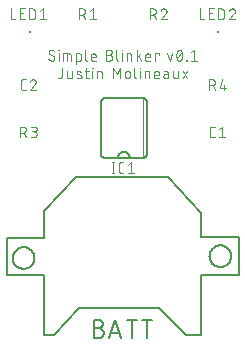
<source format=gbr>
G04 EAGLE Gerber RS-274X export*
G75*
%MOMM*%
%FSLAX34Y34*%
%LPD*%
%INSilkscreen Top*%
%IPPOS*%
%AMOC8*
5,1,8,0,0,1.08239X$1,22.5*%
G01*
%ADD10C,0.076200*%
%ADD11C,0.127000*%
%ADD12C,0.152400*%
%ADD13C,0.050800*%
%ADD14C,0.101600*%
%ADD15R,0.200000X0.200000*%


D10*
X60063Y255381D02*
X60153Y255383D01*
X60242Y255389D01*
X60331Y255399D01*
X60419Y255412D01*
X60507Y255430D01*
X60594Y255451D01*
X60680Y255476D01*
X60765Y255505D01*
X60849Y255537D01*
X60931Y255573D01*
X61011Y255613D01*
X61090Y255656D01*
X61166Y255703D01*
X61241Y255752D01*
X61313Y255805D01*
X61383Y255861D01*
X61450Y255920D01*
X61515Y255982D01*
X61577Y256047D01*
X61636Y256114D01*
X61692Y256184D01*
X61745Y256256D01*
X61794Y256331D01*
X61841Y256408D01*
X61884Y256486D01*
X61924Y256566D01*
X61960Y256648D01*
X61992Y256732D01*
X62021Y256817D01*
X62046Y256903D01*
X62067Y256990D01*
X62085Y257078D01*
X62098Y257166D01*
X62108Y257255D01*
X62114Y257344D01*
X62116Y257434D01*
X60063Y255381D02*
X59936Y255383D01*
X59809Y255388D01*
X59683Y255398D01*
X59557Y255411D01*
X59431Y255427D01*
X59306Y255448D01*
X59181Y255472D01*
X59058Y255499D01*
X58935Y255530D01*
X58813Y255565D01*
X58692Y255603D01*
X58572Y255645D01*
X58454Y255691D01*
X58337Y255739D01*
X58221Y255792D01*
X58107Y255847D01*
X57995Y255906D01*
X57884Y255968D01*
X57775Y256033D01*
X57669Y256102D01*
X57564Y256173D01*
X57461Y256248D01*
X57361Y256326D01*
X57263Y256406D01*
X57167Y256489D01*
X57074Y256575D01*
X56983Y256664D01*
X57241Y262566D02*
X57243Y262656D01*
X57249Y262745D01*
X57259Y262834D01*
X57272Y262923D01*
X57290Y263010D01*
X57311Y263097D01*
X57336Y263183D01*
X57365Y263268D01*
X57397Y263352D01*
X57433Y263434D01*
X57473Y263514D01*
X57516Y263593D01*
X57563Y263669D01*
X57612Y263744D01*
X57665Y263816D01*
X57721Y263886D01*
X57780Y263953D01*
X57842Y264018D01*
X57907Y264080D01*
X57974Y264139D01*
X58044Y264195D01*
X58116Y264248D01*
X58191Y264297D01*
X58268Y264344D01*
X58346Y264387D01*
X58426Y264427D01*
X58508Y264463D01*
X58592Y264495D01*
X58677Y264524D01*
X58763Y264549D01*
X58850Y264570D01*
X58938Y264588D01*
X59026Y264601D01*
X59115Y264611D01*
X59204Y264617D01*
X59294Y264619D01*
X59418Y264617D01*
X59542Y264611D01*
X59665Y264601D01*
X59788Y264587D01*
X59911Y264569D01*
X60032Y264547D01*
X60154Y264522D01*
X60274Y264492D01*
X60393Y264459D01*
X60511Y264421D01*
X60628Y264380D01*
X60743Y264336D01*
X60857Y264287D01*
X60970Y264235D01*
X61080Y264179D01*
X61189Y264120D01*
X61296Y264057D01*
X61401Y263991D01*
X61503Y263922D01*
X61603Y263849D01*
X58267Y260770D02*
X58191Y260817D01*
X58116Y260868D01*
X58044Y260922D01*
X57974Y260979D01*
X57907Y261039D01*
X57842Y261102D01*
X57780Y261167D01*
X57721Y261235D01*
X57665Y261306D01*
X57612Y261379D01*
X57562Y261454D01*
X57516Y261532D01*
X57473Y261611D01*
X57433Y261692D01*
X57397Y261775D01*
X57365Y261859D01*
X57336Y261944D01*
X57311Y262031D01*
X57290Y262119D01*
X57272Y262207D01*
X57259Y262296D01*
X57249Y262386D01*
X57243Y262476D01*
X57241Y262566D01*
X61089Y259230D02*
X61166Y259183D01*
X61241Y259132D01*
X61313Y259078D01*
X61383Y259021D01*
X61450Y258961D01*
X61515Y258898D01*
X61577Y258833D01*
X61636Y258765D01*
X61692Y258694D01*
X61745Y258621D01*
X61795Y258546D01*
X61841Y258468D01*
X61884Y258389D01*
X61924Y258308D01*
X61960Y258225D01*
X61992Y258141D01*
X62021Y258056D01*
X62046Y257969D01*
X62067Y257882D01*
X62085Y257793D01*
X62098Y257704D01*
X62108Y257614D01*
X62114Y257524D01*
X62116Y257434D01*
X61090Y259230D02*
X58267Y260770D01*
X65550Y261540D02*
X65550Y255381D01*
X65294Y264106D02*
X65294Y264619D01*
X65807Y264619D01*
X65807Y264106D01*
X65294Y264106D01*
X69671Y261540D02*
X69671Y255381D01*
X69671Y261540D02*
X74290Y261540D01*
X74366Y261538D01*
X74441Y261533D01*
X74516Y261523D01*
X74590Y261510D01*
X74664Y261494D01*
X74737Y261474D01*
X74809Y261450D01*
X74879Y261423D01*
X74948Y261392D01*
X75016Y261358D01*
X75082Y261321D01*
X75146Y261280D01*
X75207Y261237D01*
X75267Y261190D01*
X75324Y261141D01*
X75379Y261089D01*
X75431Y261034D01*
X75480Y260977D01*
X75527Y260917D01*
X75570Y260856D01*
X75611Y260792D01*
X75648Y260726D01*
X75682Y260658D01*
X75713Y260589D01*
X75740Y260519D01*
X75764Y260447D01*
X75784Y260374D01*
X75800Y260300D01*
X75813Y260226D01*
X75823Y260151D01*
X75828Y260076D01*
X75830Y260000D01*
X75829Y260000D02*
X75829Y255381D01*
X72750Y255381D02*
X72750Y261540D01*
X80343Y261540D02*
X80343Y252302D01*
X80343Y261540D02*
X82909Y261540D01*
X82985Y261538D01*
X83060Y261533D01*
X83135Y261523D01*
X83209Y261510D01*
X83283Y261494D01*
X83356Y261474D01*
X83428Y261450D01*
X83498Y261423D01*
X83567Y261392D01*
X83635Y261358D01*
X83701Y261321D01*
X83765Y261280D01*
X83826Y261237D01*
X83886Y261190D01*
X83943Y261141D01*
X83998Y261089D01*
X84050Y261034D01*
X84099Y260977D01*
X84146Y260917D01*
X84189Y260856D01*
X84230Y260792D01*
X84267Y260726D01*
X84301Y260658D01*
X84332Y260589D01*
X84359Y260519D01*
X84383Y260447D01*
X84403Y260374D01*
X84419Y260300D01*
X84432Y260226D01*
X84442Y260151D01*
X84447Y260076D01*
X84449Y260000D01*
X84448Y260000D02*
X84448Y256921D01*
X84449Y256921D02*
X84447Y256843D01*
X84441Y256765D01*
X84431Y256688D01*
X84417Y256611D01*
X84400Y256535D01*
X84378Y256460D01*
X84353Y256386D01*
X84324Y256314D01*
X84292Y256243D01*
X84255Y256174D01*
X84216Y256106D01*
X84173Y256041D01*
X84127Y255978D01*
X84077Y255918D01*
X84025Y255860D01*
X83970Y255805D01*
X83912Y255753D01*
X83852Y255703D01*
X83789Y255657D01*
X83724Y255614D01*
X83656Y255575D01*
X83587Y255538D01*
X83516Y255506D01*
X83444Y255477D01*
X83370Y255452D01*
X83295Y255430D01*
X83219Y255413D01*
X83142Y255399D01*
X83065Y255389D01*
X82987Y255383D01*
X82909Y255381D01*
X80343Y255381D01*
X88219Y256921D02*
X88219Y264619D01*
X88219Y256921D02*
X88221Y256845D01*
X88226Y256770D01*
X88236Y256695D01*
X88249Y256621D01*
X88265Y256547D01*
X88285Y256474D01*
X88309Y256402D01*
X88336Y256332D01*
X88367Y256263D01*
X88401Y256195D01*
X88438Y256129D01*
X88479Y256065D01*
X88522Y256004D01*
X88569Y255944D01*
X88618Y255887D01*
X88670Y255832D01*
X88725Y255780D01*
X88782Y255731D01*
X88842Y255684D01*
X88903Y255641D01*
X88967Y255600D01*
X89033Y255563D01*
X89101Y255529D01*
X89170Y255498D01*
X89240Y255471D01*
X89312Y255447D01*
X89385Y255427D01*
X89459Y255411D01*
X89533Y255398D01*
X89608Y255388D01*
X89683Y255383D01*
X89759Y255381D01*
X94437Y255381D02*
X97003Y255381D01*
X94437Y255381D02*
X94361Y255383D01*
X94286Y255388D01*
X94211Y255398D01*
X94137Y255411D01*
X94063Y255427D01*
X93990Y255447D01*
X93918Y255471D01*
X93848Y255498D01*
X93779Y255529D01*
X93711Y255563D01*
X93645Y255600D01*
X93581Y255641D01*
X93520Y255684D01*
X93460Y255731D01*
X93403Y255780D01*
X93348Y255832D01*
X93296Y255887D01*
X93247Y255944D01*
X93200Y256004D01*
X93157Y256065D01*
X93116Y256129D01*
X93079Y256195D01*
X93045Y256263D01*
X93014Y256332D01*
X92987Y256402D01*
X92963Y256474D01*
X92943Y256547D01*
X92927Y256621D01*
X92914Y256695D01*
X92904Y256770D01*
X92899Y256845D01*
X92897Y256921D01*
X92897Y259487D01*
X92899Y259577D01*
X92905Y259666D01*
X92915Y259755D01*
X92928Y259843D01*
X92946Y259931D01*
X92967Y260018D01*
X92992Y260104D01*
X93021Y260189D01*
X93053Y260273D01*
X93089Y260355D01*
X93129Y260435D01*
X93172Y260514D01*
X93219Y260590D01*
X93268Y260665D01*
X93321Y260737D01*
X93377Y260807D01*
X93436Y260874D01*
X93498Y260939D01*
X93563Y261001D01*
X93630Y261060D01*
X93700Y261116D01*
X93772Y261169D01*
X93847Y261218D01*
X93924Y261265D01*
X94002Y261308D01*
X94082Y261348D01*
X94164Y261384D01*
X94248Y261416D01*
X94333Y261445D01*
X94419Y261470D01*
X94506Y261491D01*
X94594Y261509D01*
X94682Y261522D01*
X94771Y261532D01*
X94860Y261538D01*
X94950Y261540D01*
X95040Y261538D01*
X95129Y261532D01*
X95218Y261522D01*
X95306Y261509D01*
X95394Y261491D01*
X95481Y261470D01*
X95567Y261445D01*
X95652Y261416D01*
X95736Y261384D01*
X95818Y261348D01*
X95898Y261308D01*
X95977Y261265D01*
X96053Y261218D01*
X96128Y261169D01*
X96200Y261116D01*
X96270Y261060D01*
X96337Y261001D01*
X96402Y260939D01*
X96464Y260874D01*
X96523Y260807D01*
X96579Y260737D01*
X96632Y260665D01*
X96681Y260590D01*
X96728Y260514D01*
X96771Y260435D01*
X96811Y260355D01*
X96847Y260273D01*
X96879Y260189D01*
X96908Y260104D01*
X96933Y260018D01*
X96954Y259931D01*
X96972Y259843D01*
X96985Y259755D01*
X96995Y259666D01*
X97001Y259577D01*
X97003Y259487D01*
X97003Y258460D01*
X92897Y258460D01*
X106014Y260513D02*
X108580Y260513D01*
X108679Y260511D01*
X108779Y260505D01*
X108878Y260496D01*
X108976Y260482D01*
X109074Y260465D01*
X109172Y260444D01*
X109268Y260419D01*
X109363Y260390D01*
X109458Y260358D01*
X109550Y260322D01*
X109642Y260283D01*
X109732Y260240D01*
X109820Y260194D01*
X109906Y260144D01*
X109990Y260091D01*
X110072Y260035D01*
X110152Y259975D01*
X110229Y259913D01*
X110304Y259847D01*
X110377Y259779D01*
X110446Y259708D01*
X110513Y259634D01*
X110577Y259558D01*
X110638Y259479D01*
X110696Y259398D01*
X110751Y259315D01*
X110802Y259230D01*
X110850Y259143D01*
X110895Y259054D01*
X110936Y258963D01*
X110974Y258871D01*
X111008Y258778D01*
X111038Y258683D01*
X111065Y258587D01*
X111088Y258490D01*
X111107Y258393D01*
X111122Y258294D01*
X111134Y258195D01*
X111142Y258096D01*
X111146Y257997D01*
X111146Y257897D01*
X111142Y257798D01*
X111134Y257699D01*
X111122Y257600D01*
X111107Y257501D01*
X111088Y257404D01*
X111065Y257307D01*
X111038Y257211D01*
X111008Y257116D01*
X110974Y257023D01*
X110936Y256931D01*
X110895Y256840D01*
X110850Y256751D01*
X110802Y256664D01*
X110751Y256579D01*
X110696Y256496D01*
X110638Y256415D01*
X110577Y256336D01*
X110513Y256260D01*
X110446Y256186D01*
X110377Y256115D01*
X110304Y256047D01*
X110229Y255981D01*
X110152Y255919D01*
X110072Y255859D01*
X109990Y255803D01*
X109906Y255750D01*
X109820Y255700D01*
X109732Y255654D01*
X109642Y255611D01*
X109550Y255572D01*
X109458Y255536D01*
X109363Y255504D01*
X109268Y255475D01*
X109172Y255450D01*
X109074Y255429D01*
X108976Y255412D01*
X108878Y255398D01*
X108779Y255389D01*
X108679Y255383D01*
X108580Y255381D01*
X106014Y255381D01*
X106014Y264619D01*
X108580Y264619D01*
X108670Y264617D01*
X108759Y264611D01*
X108848Y264601D01*
X108936Y264588D01*
X109024Y264570D01*
X109111Y264549D01*
X109197Y264524D01*
X109282Y264495D01*
X109366Y264463D01*
X109448Y264427D01*
X109528Y264387D01*
X109607Y264344D01*
X109683Y264297D01*
X109758Y264248D01*
X109830Y264195D01*
X109900Y264139D01*
X109967Y264080D01*
X110032Y264018D01*
X110094Y263953D01*
X110153Y263886D01*
X110209Y263816D01*
X110262Y263744D01*
X110311Y263669D01*
X110358Y263593D01*
X110401Y263514D01*
X110441Y263434D01*
X110477Y263352D01*
X110509Y263268D01*
X110538Y263183D01*
X110563Y263097D01*
X110584Y263010D01*
X110602Y262922D01*
X110615Y262834D01*
X110625Y262745D01*
X110631Y262656D01*
X110633Y262566D01*
X110631Y262476D01*
X110625Y262387D01*
X110615Y262298D01*
X110602Y262210D01*
X110584Y262122D01*
X110563Y262035D01*
X110538Y261949D01*
X110509Y261864D01*
X110477Y261780D01*
X110441Y261698D01*
X110401Y261618D01*
X110358Y261540D01*
X110311Y261463D01*
X110262Y261388D01*
X110209Y261316D01*
X110153Y261246D01*
X110094Y261179D01*
X110032Y261114D01*
X109967Y261052D01*
X109900Y260993D01*
X109830Y260937D01*
X109758Y260884D01*
X109683Y260835D01*
X109607Y260788D01*
X109528Y260745D01*
X109448Y260705D01*
X109366Y260669D01*
X109282Y260637D01*
X109197Y260608D01*
X109111Y260583D01*
X109024Y260562D01*
X108936Y260544D01*
X108848Y260531D01*
X108759Y260521D01*
X108670Y260515D01*
X108580Y260513D01*
X114619Y256921D02*
X114619Y264619D01*
X114619Y256921D02*
X114621Y256845D01*
X114626Y256770D01*
X114636Y256695D01*
X114649Y256621D01*
X114665Y256547D01*
X114685Y256474D01*
X114709Y256402D01*
X114736Y256332D01*
X114767Y256263D01*
X114801Y256195D01*
X114838Y256129D01*
X114879Y256065D01*
X114922Y256004D01*
X114969Y255944D01*
X115018Y255887D01*
X115070Y255832D01*
X115125Y255780D01*
X115182Y255731D01*
X115242Y255684D01*
X115303Y255641D01*
X115367Y255600D01*
X115433Y255563D01*
X115501Y255529D01*
X115570Y255498D01*
X115640Y255471D01*
X115712Y255447D01*
X115785Y255427D01*
X115859Y255411D01*
X115933Y255398D01*
X116008Y255388D01*
X116083Y255383D01*
X116159Y255381D01*
X119250Y255381D02*
X119250Y261540D01*
X118993Y264106D02*
X118993Y264619D01*
X119507Y264619D01*
X119507Y264106D01*
X118993Y264106D01*
X123197Y261540D02*
X123197Y255381D01*
X123197Y261540D02*
X125763Y261540D01*
X125839Y261538D01*
X125914Y261533D01*
X125989Y261523D01*
X126063Y261510D01*
X126137Y261494D01*
X126210Y261474D01*
X126282Y261450D01*
X126352Y261423D01*
X126421Y261392D01*
X126489Y261358D01*
X126555Y261321D01*
X126619Y261280D01*
X126680Y261237D01*
X126740Y261190D01*
X126797Y261141D01*
X126852Y261089D01*
X126904Y261034D01*
X126953Y260977D01*
X127000Y260917D01*
X127043Y260856D01*
X127084Y260792D01*
X127121Y260726D01*
X127155Y260658D01*
X127186Y260589D01*
X127213Y260519D01*
X127237Y260447D01*
X127257Y260374D01*
X127273Y260300D01*
X127286Y260226D01*
X127296Y260151D01*
X127301Y260076D01*
X127303Y260000D01*
X127303Y255381D01*
X131701Y255381D02*
X131701Y264619D01*
X135807Y261540D02*
X131701Y258460D01*
X133497Y259743D02*
X135807Y255381D01*
X140637Y255381D02*
X143203Y255381D01*
X140637Y255381D02*
X140561Y255383D01*
X140486Y255388D01*
X140411Y255398D01*
X140337Y255411D01*
X140263Y255427D01*
X140190Y255447D01*
X140118Y255471D01*
X140048Y255498D01*
X139979Y255529D01*
X139911Y255563D01*
X139845Y255600D01*
X139781Y255641D01*
X139720Y255684D01*
X139660Y255731D01*
X139603Y255780D01*
X139548Y255832D01*
X139496Y255887D01*
X139447Y255944D01*
X139400Y256004D01*
X139357Y256065D01*
X139316Y256129D01*
X139279Y256195D01*
X139245Y256263D01*
X139214Y256332D01*
X139187Y256402D01*
X139163Y256474D01*
X139143Y256547D01*
X139127Y256621D01*
X139114Y256695D01*
X139104Y256770D01*
X139099Y256845D01*
X139097Y256921D01*
X139097Y259487D01*
X139099Y259577D01*
X139105Y259666D01*
X139115Y259755D01*
X139128Y259843D01*
X139146Y259931D01*
X139167Y260018D01*
X139192Y260104D01*
X139221Y260189D01*
X139253Y260273D01*
X139289Y260355D01*
X139329Y260435D01*
X139372Y260514D01*
X139419Y260590D01*
X139468Y260665D01*
X139521Y260737D01*
X139577Y260807D01*
X139636Y260874D01*
X139698Y260939D01*
X139763Y261001D01*
X139830Y261060D01*
X139900Y261116D01*
X139972Y261169D01*
X140047Y261218D01*
X140124Y261265D01*
X140202Y261308D01*
X140282Y261348D01*
X140364Y261384D01*
X140448Y261416D01*
X140533Y261445D01*
X140619Y261470D01*
X140706Y261491D01*
X140794Y261509D01*
X140882Y261522D01*
X140971Y261532D01*
X141060Y261538D01*
X141150Y261540D01*
X141240Y261538D01*
X141329Y261532D01*
X141418Y261522D01*
X141506Y261509D01*
X141594Y261491D01*
X141681Y261470D01*
X141767Y261445D01*
X141852Y261416D01*
X141936Y261384D01*
X142018Y261348D01*
X142098Y261308D01*
X142177Y261265D01*
X142253Y261218D01*
X142328Y261169D01*
X142400Y261116D01*
X142470Y261060D01*
X142537Y261001D01*
X142602Y260939D01*
X142664Y260874D01*
X142723Y260807D01*
X142779Y260737D01*
X142832Y260665D01*
X142881Y260590D01*
X142928Y260514D01*
X142971Y260435D01*
X143011Y260355D01*
X143047Y260273D01*
X143079Y260189D01*
X143108Y260104D01*
X143133Y260018D01*
X143154Y259931D01*
X143172Y259843D01*
X143185Y259755D01*
X143195Y259666D01*
X143201Y259577D01*
X143203Y259487D01*
X143203Y258460D01*
X139097Y258460D01*
X147248Y255381D02*
X147248Y261540D01*
X150327Y261540D01*
X150327Y260513D01*
X157697Y261540D02*
X159750Y255381D01*
X161803Y261540D01*
X165284Y260000D02*
X165286Y260182D01*
X165293Y260363D01*
X165304Y260545D01*
X165319Y260726D01*
X165338Y260907D01*
X165362Y261087D01*
X165390Y261266D01*
X165422Y261445D01*
X165459Y261623D01*
X165500Y261800D01*
X165545Y261976D01*
X165594Y262151D01*
X165648Y262325D01*
X165705Y262497D01*
X165767Y262668D01*
X165833Y262838D01*
X165902Y263006D01*
X165976Y263172D01*
X166054Y263336D01*
X166083Y263415D01*
X166115Y263492D01*
X166151Y263569D01*
X166190Y263643D01*
X166233Y263716D01*
X166279Y263786D01*
X166327Y263855D01*
X166379Y263921D01*
X166434Y263985D01*
X166491Y264047D01*
X166551Y264105D01*
X166614Y264162D01*
X166679Y264215D01*
X166746Y264265D01*
X166816Y264313D01*
X166887Y264357D01*
X166961Y264398D01*
X167036Y264436D01*
X167113Y264470D01*
X167191Y264501D01*
X167270Y264528D01*
X167351Y264552D01*
X167433Y264573D01*
X167515Y264589D01*
X167598Y264602D01*
X167682Y264612D01*
X167766Y264617D01*
X167850Y264619D01*
X167934Y264617D01*
X168018Y264612D01*
X168102Y264602D01*
X168185Y264589D01*
X168267Y264573D01*
X168349Y264552D01*
X168430Y264528D01*
X168509Y264501D01*
X168587Y264470D01*
X168664Y264436D01*
X168739Y264398D01*
X168813Y264357D01*
X168884Y264313D01*
X168954Y264265D01*
X169021Y264215D01*
X169086Y264162D01*
X169149Y264105D01*
X169209Y264046D01*
X169266Y263985D01*
X169321Y263921D01*
X169373Y263855D01*
X169421Y263786D01*
X169467Y263716D01*
X169510Y263643D01*
X169549Y263568D01*
X169585Y263492D01*
X169617Y263415D01*
X169646Y263336D01*
X169724Y263172D01*
X169798Y263006D01*
X169867Y262838D01*
X169933Y262668D01*
X169995Y262497D01*
X170052Y262325D01*
X170106Y262151D01*
X170155Y261976D01*
X170200Y261800D01*
X170241Y261623D01*
X170278Y261445D01*
X170310Y261266D01*
X170338Y261087D01*
X170362Y260907D01*
X170381Y260726D01*
X170396Y260545D01*
X170407Y260363D01*
X170414Y260182D01*
X170416Y260000D01*
X165284Y260000D02*
X165286Y259818D01*
X165293Y259637D01*
X165304Y259455D01*
X165319Y259274D01*
X165338Y259093D01*
X165362Y258913D01*
X165390Y258734D01*
X165422Y258555D01*
X165459Y258377D01*
X165500Y258200D01*
X165545Y258024D01*
X165594Y257849D01*
X165648Y257675D01*
X165705Y257503D01*
X165767Y257332D01*
X165833Y257162D01*
X165902Y256995D01*
X165976Y256828D01*
X166054Y256664D01*
X166083Y256585D01*
X166115Y256508D01*
X166151Y256431D01*
X166190Y256357D01*
X166233Y256284D01*
X166279Y256214D01*
X166327Y256145D01*
X166379Y256079D01*
X166434Y256015D01*
X166491Y255953D01*
X166551Y255895D01*
X166614Y255838D01*
X166679Y255785D01*
X166746Y255735D01*
X166816Y255687D01*
X166887Y255643D01*
X166961Y255602D01*
X167036Y255564D01*
X167113Y255530D01*
X167191Y255499D01*
X167270Y255472D01*
X167351Y255448D01*
X167433Y255427D01*
X167515Y255411D01*
X167598Y255398D01*
X167682Y255388D01*
X167766Y255383D01*
X167850Y255381D01*
X169646Y256664D02*
X169724Y256828D01*
X169798Y256994D01*
X169867Y257162D01*
X169933Y257332D01*
X169995Y257503D01*
X170052Y257675D01*
X170106Y257849D01*
X170155Y258024D01*
X170200Y258200D01*
X170241Y258377D01*
X170278Y258555D01*
X170310Y258734D01*
X170338Y258913D01*
X170362Y259093D01*
X170381Y259274D01*
X170396Y259455D01*
X170407Y259637D01*
X170414Y259818D01*
X170416Y260000D01*
X169646Y256664D02*
X169617Y256585D01*
X169585Y256508D01*
X169549Y256431D01*
X169510Y256357D01*
X169467Y256284D01*
X169421Y256214D01*
X169373Y256145D01*
X169321Y256079D01*
X169266Y256015D01*
X169209Y255953D01*
X169149Y255895D01*
X169086Y255838D01*
X169021Y255785D01*
X168954Y255735D01*
X168884Y255687D01*
X168813Y255643D01*
X168739Y255602D01*
X168664Y255564D01*
X168587Y255530D01*
X168509Y255499D01*
X168430Y255472D01*
X168349Y255448D01*
X168267Y255427D01*
X168185Y255411D01*
X168102Y255398D01*
X168018Y255388D01*
X167934Y255383D01*
X167850Y255381D01*
X165797Y257434D02*
X169903Y262566D01*
X173893Y255894D02*
X173893Y255381D01*
X173893Y255894D02*
X174406Y255894D01*
X174406Y255381D01*
X173893Y255381D01*
X177884Y262566D02*
X180450Y264619D01*
X180450Y255381D01*
X177884Y255381D02*
X183016Y255381D01*
X68414Y249619D02*
X68414Y242434D01*
X68412Y242344D01*
X68406Y242255D01*
X68396Y242166D01*
X68383Y242078D01*
X68365Y241990D01*
X68344Y241903D01*
X68319Y241817D01*
X68290Y241732D01*
X68258Y241648D01*
X68222Y241566D01*
X68182Y241486D01*
X68139Y241408D01*
X68092Y241331D01*
X68043Y241256D01*
X67990Y241184D01*
X67934Y241114D01*
X67875Y241047D01*
X67813Y240982D01*
X67748Y240920D01*
X67681Y240861D01*
X67611Y240805D01*
X67539Y240752D01*
X67464Y240703D01*
X67388Y240656D01*
X67309Y240613D01*
X67229Y240573D01*
X67147Y240537D01*
X67063Y240505D01*
X66978Y240476D01*
X66892Y240451D01*
X66805Y240430D01*
X66717Y240412D01*
X66629Y240399D01*
X66540Y240389D01*
X66451Y240383D01*
X66361Y240381D01*
X65335Y240381D01*
X72760Y241921D02*
X72760Y246540D01*
X72759Y241921D02*
X72761Y241845D01*
X72766Y241770D01*
X72776Y241695D01*
X72789Y241621D01*
X72805Y241547D01*
X72825Y241474D01*
X72849Y241402D01*
X72876Y241332D01*
X72907Y241263D01*
X72941Y241195D01*
X72978Y241129D01*
X73019Y241065D01*
X73062Y241004D01*
X73109Y240944D01*
X73158Y240887D01*
X73210Y240832D01*
X73265Y240780D01*
X73322Y240731D01*
X73382Y240684D01*
X73443Y240641D01*
X73507Y240600D01*
X73573Y240563D01*
X73641Y240529D01*
X73710Y240498D01*
X73780Y240471D01*
X73852Y240447D01*
X73925Y240427D01*
X73999Y240411D01*
X74073Y240398D01*
X74148Y240388D01*
X74223Y240383D01*
X74299Y240381D01*
X76865Y240381D01*
X76865Y246540D01*
X81629Y243974D02*
X84195Y242947D01*
X81630Y243973D02*
X81563Y244002D01*
X81498Y244034D01*
X81435Y244070D01*
X81374Y244109D01*
X81316Y244152D01*
X81259Y244197D01*
X81206Y244246D01*
X81155Y244297D01*
X81106Y244351D01*
X81061Y244408D01*
X81019Y244467D01*
X80981Y244528D01*
X80945Y244591D01*
X80913Y244656D01*
X80885Y244723D01*
X80860Y244791D01*
X80840Y244860D01*
X80822Y244931D01*
X80809Y245002D01*
X80800Y245074D01*
X80795Y245146D01*
X80793Y245218D01*
X80796Y245291D01*
X80802Y245363D01*
X80812Y245434D01*
X80826Y245505D01*
X80844Y245576D01*
X80866Y245645D01*
X80892Y245712D01*
X80921Y245779D01*
X80954Y245843D01*
X80990Y245906D01*
X81030Y245967D01*
X81072Y246025D01*
X81118Y246081D01*
X81167Y246134D01*
X81219Y246185D01*
X81274Y246233D01*
X81330Y246278D01*
X81390Y246319D01*
X81451Y246357D01*
X81515Y246392D01*
X81580Y246424D01*
X81647Y246452D01*
X81715Y246476D01*
X81785Y246496D01*
X81855Y246513D01*
X81926Y246525D01*
X81998Y246534D01*
X82071Y246539D01*
X82143Y246540D01*
X82142Y246539D02*
X82291Y246535D01*
X82440Y246528D01*
X82588Y246516D01*
X82736Y246501D01*
X82884Y246481D01*
X83031Y246458D01*
X83178Y246432D01*
X83323Y246401D01*
X83468Y246367D01*
X83612Y246329D01*
X83755Y246288D01*
X83897Y246243D01*
X84038Y246194D01*
X84177Y246141D01*
X84315Y246086D01*
X84452Y246026D01*
X84195Y242948D02*
X84262Y242919D01*
X84327Y242887D01*
X84390Y242851D01*
X84451Y242812D01*
X84509Y242769D01*
X84566Y242724D01*
X84619Y242675D01*
X84670Y242624D01*
X84719Y242570D01*
X84764Y242513D01*
X84806Y242454D01*
X84844Y242393D01*
X84880Y242330D01*
X84912Y242265D01*
X84940Y242198D01*
X84965Y242130D01*
X84985Y242061D01*
X85003Y241990D01*
X85016Y241919D01*
X85025Y241847D01*
X85030Y241775D01*
X85032Y241703D01*
X85029Y241630D01*
X85023Y241558D01*
X85013Y241487D01*
X84999Y241416D01*
X84981Y241345D01*
X84959Y241276D01*
X84933Y241209D01*
X84904Y241142D01*
X84871Y241078D01*
X84835Y241015D01*
X84795Y240954D01*
X84753Y240896D01*
X84707Y240840D01*
X84658Y240787D01*
X84606Y240736D01*
X84551Y240688D01*
X84495Y240643D01*
X84435Y240602D01*
X84374Y240564D01*
X84310Y240529D01*
X84245Y240497D01*
X84178Y240469D01*
X84110Y240445D01*
X84040Y240425D01*
X83970Y240408D01*
X83899Y240396D01*
X83827Y240387D01*
X83754Y240382D01*
X83682Y240381D01*
X83683Y240381D02*
X83477Y240386D01*
X83271Y240397D01*
X83066Y240412D01*
X82861Y240432D01*
X82657Y240456D01*
X82453Y240486D01*
X82250Y240520D01*
X82048Y240560D01*
X81847Y240604D01*
X81647Y240652D01*
X81448Y240706D01*
X81250Y240764D01*
X81054Y240827D01*
X80860Y240894D01*
X87902Y246540D02*
X90981Y246540D01*
X88928Y249619D02*
X88928Y241921D01*
X88930Y241845D01*
X88935Y241770D01*
X88945Y241695D01*
X88958Y241621D01*
X88974Y241547D01*
X88994Y241474D01*
X89018Y241402D01*
X89045Y241332D01*
X89076Y241263D01*
X89110Y241195D01*
X89147Y241129D01*
X89188Y241065D01*
X89231Y241004D01*
X89278Y240944D01*
X89327Y240887D01*
X89379Y240832D01*
X89434Y240780D01*
X89491Y240731D01*
X89551Y240684D01*
X89612Y240641D01*
X89676Y240600D01*
X89742Y240563D01*
X89810Y240529D01*
X89879Y240498D01*
X89949Y240471D01*
X90021Y240447D01*
X90094Y240427D01*
X90168Y240411D01*
X90242Y240398D01*
X90317Y240388D01*
X90392Y240383D01*
X90468Y240381D01*
X90981Y240381D01*
X94312Y240381D02*
X94312Y246540D01*
X94056Y249106D02*
X94056Y249619D01*
X94569Y249619D01*
X94569Y249106D01*
X94056Y249106D01*
X98259Y246540D02*
X98259Y240381D01*
X98259Y246540D02*
X100826Y246540D01*
X100902Y246538D01*
X100977Y246533D01*
X101052Y246523D01*
X101126Y246510D01*
X101200Y246494D01*
X101273Y246474D01*
X101345Y246450D01*
X101415Y246423D01*
X101484Y246392D01*
X101552Y246358D01*
X101618Y246321D01*
X101682Y246280D01*
X101743Y246237D01*
X101803Y246190D01*
X101860Y246141D01*
X101915Y246089D01*
X101967Y246034D01*
X102016Y245977D01*
X102063Y245917D01*
X102106Y245856D01*
X102147Y245792D01*
X102184Y245726D01*
X102218Y245658D01*
X102249Y245589D01*
X102276Y245519D01*
X102300Y245447D01*
X102320Y245374D01*
X102336Y245300D01*
X102349Y245226D01*
X102359Y245151D01*
X102364Y245076D01*
X102366Y245000D01*
X102365Y245000D02*
X102365Y240381D01*
X111633Y240381D02*
X111633Y249619D01*
X114712Y244487D01*
X117792Y249619D01*
X117792Y240381D01*
X121959Y242434D02*
X121959Y244487D01*
X121961Y244577D01*
X121967Y244666D01*
X121977Y244755D01*
X121990Y244843D01*
X122008Y244931D01*
X122029Y245018D01*
X122054Y245104D01*
X122083Y245189D01*
X122115Y245273D01*
X122151Y245355D01*
X122191Y245435D01*
X122234Y245514D01*
X122281Y245590D01*
X122330Y245665D01*
X122383Y245737D01*
X122439Y245807D01*
X122498Y245874D01*
X122560Y245939D01*
X122625Y246001D01*
X122692Y246060D01*
X122762Y246116D01*
X122834Y246169D01*
X122909Y246218D01*
X122986Y246265D01*
X123064Y246308D01*
X123144Y246348D01*
X123226Y246384D01*
X123310Y246416D01*
X123395Y246445D01*
X123481Y246470D01*
X123568Y246491D01*
X123656Y246509D01*
X123744Y246522D01*
X123833Y246532D01*
X123922Y246538D01*
X124012Y246540D01*
X124102Y246538D01*
X124191Y246532D01*
X124280Y246522D01*
X124368Y246509D01*
X124456Y246491D01*
X124543Y246470D01*
X124629Y246445D01*
X124714Y246416D01*
X124798Y246384D01*
X124880Y246348D01*
X124960Y246308D01*
X125039Y246265D01*
X125115Y246218D01*
X125190Y246169D01*
X125262Y246116D01*
X125332Y246060D01*
X125399Y246001D01*
X125464Y245939D01*
X125526Y245874D01*
X125585Y245807D01*
X125641Y245737D01*
X125694Y245665D01*
X125743Y245590D01*
X125790Y245514D01*
X125833Y245435D01*
X125873Y245355D01*
X125909Y245273D01*
X125941Y245189D01*
X125970Y245104D01*
X125995Y245018D01*
X126016Y244931D01*
X126034Y244843D01*
X126047Y244755D01*
X126057Y244666D01*
X126063Y244577D01*
X126065Y244487D01*
X126065Y242434D01*
X126063Y242344D01*
X126057Y242255D01*
X126047Y242166D01*
X126034Y242078D01*
X126016Y241990D01*
X125995Y241903D01*
X125970Y241817D01*
X125941Y241732D01*
X125909Y241648D01*
X125873Y241566D01*
X125833Y241486D01*
X125790Y241408D01*
X125743Y241331D01*
X125694Y241256D01*
X125641Y241184D01*
X125585Y241114D01*
X125526Y241047D01*
X125464Y240982D01*
X125399Y240920D01*
X125332Y240861D01*
X125262Y240805D01*
X125190Y240752D01*
X125115Y240703D01*
X125039Y240656D01*
X124960Y240613D01*
X124880Y240573D01*
X124798Y240537D01*
X124714Y240505D01*
X124629Y240476D01*
X124543Y240451D01*
X124456Y240430D01*
X124368Y240412D01*
X124280Y240399D01*
X124191Y240389D01*
X124102Y240383D01*
X124012Y240381D01*
X123922Y240383D01*
X123833Y240389D01*
X123744Y240399D01*
X123656Y240412D01*
X123568Y240430D01*
X123481Y240451D01*
X123395Y240476D01*
X123310Y240505D01*
X123226Y240537D01*
X123144Y240573D01*
X123064Y240613D01*
X122986Y240656D01*
X122909Y240703D01*
X122834Y240752D01*
X122762Y240805D01*
X122692Y240861D01*
X122625Y240920D01*
X122560Y240982D01*
X122498Y241047D01*
X122439Y241114D01*
X122383Y241184D01*
X122330Y241256D01*
X122281Y241331D01*
X122234Y241408D01*
X122191Y241486D01*
X122151Y241566D01*
X122115Y241648D01*
X122083Y241732D01*
X122054Y241817D01*
X122029Y241903D01*
X122008Y241990D01*
X121990Y242078D01*
X121977Y242166D01*
X121967Y242255D01*
X121961Y242344D01*
X121959Y242434D01*
X129882Y241921D02*
X129882Y249619D01*
X129881Y241921D02*
X129883Y241845D01*
X129888Y241770D01*
X129898Y241695D01*
X129911Y241621D01*
X129927Y241547D01*
X129947Y241474D01*
X129971Y241402D01*
X129998Y241332D01*
X130029Y241263D01*
X130063Y241195D01*
X130100Y241129D01*
X130141Y241065D01*
X130184Y241004D01*
X130231Y240944D01*
X130280Y240887D01*
X130332Y240832D01*
X130387Y240780D01*
X130444Y240731D01*
X130504Y240684D01*
X130565Y240641D01*
X130629Y240600D01*
X130695Y240563D01*
X130763Y240529D01*
X130832Y240498D01*
X130902Y240471D01*
X130974Y240447D01*
X131047Y240427D01*
X131121Y240411D01*
X131195Y240398D01*
X131270Y240388D01*
X131345Y240383D01*
X131421Y240381D01*
X134512Y240381D02*
X134512Y246540D01*
X134256Y249106D02*
X134256Y249619D01*
X134769Y249619D01*
X134769Y249106D01*
X134256Y249106D01*
X138459Y246540D02*
X138459Y240381D01*
X138459Y246540D02*
X141025Y246540D01*
X141101Y246538D01*
X141176Y246533D01*
X141251Y246523D01*
X141325Y246510D01*
X141399Y246494D01*
X141472Y246474D01*
X141544Y246450D01*
X141614Y246423D01*
X141683Y246392D01*
X141751Y246358D01*
X141817Y246321D01*
X141881Y246280D01*
X141942Y246237D01*
X142002Y246190D01*
X142059Y246141D01*
X142114Y246089D01*
X142166Y246034D01*
X142215Y245977D01*
X142262Y245917D01*
X142305Y245856D01*
X142346Y245792D01*
X142383Y245726D01*
X142417Y245658D01*
X142448Y245589D01*
X142475Y245519D01*
X142499Y245447D01*
X142519Y245374D01*
X142535Y245300D01*
X142548Y245226D01*
X142558Y245151D01*
X142563Y245076D01*
X142565Y245000D01*
X142565Y240381D01*
X148099Y240381D02*
X150665Y240381D01*
X148099Y240381D02*
X148023Y240383D01*
X147948Y240388D01*
X147873Y240398D01*
X147799Y240411D01*
X147725Y240427D01*
X147652Y240447D01*
X147580Y240471D01*
X147510Y240498D01*
X147441Y240529D01*
X147373Y240563D01*
X147307Y240600D01*
X147243Y240641D01*
X147182Y240684D01*
X147122Y240731D01*
X147065Y240780D01*
X147010Y240832D01*
X146958Y240887D01*
X146909Y240944D01*
X146862Y241004D01*
X146819Y241065D01*
X146778Y241129D01*
X146741Y241195D01*
X146707Y241263D01*
X146676Y241332D01*
X146649Y241402D01*
X146625Y241474D01*
X146605Y241547D01*
X146589Y241621D01*
X146576Y241695D01*
X146566Y241770D01*
X146561Y241845D01*
X146559Y241921D01*
X146559Y244487D01*
X146561Y244577D01*
X146567Y244666D01*
X146577Y244755D01*
X146590Y244843D01*
X146608Y244931D01*
X146629Y245018D01*
X146654Y245104D01*
X146683Y245189D01*
X146715Y245273D01*
X146751Y245355D01*
X146791Y245435D01*
X146834Y245514D01*
X146881Y245590D01*
X146930Y245665D01*
X146983Y245737D01*
X147039Y245807D01*
X147098Y245874D01*
X147160Y245939D01*
X147225Y246001D01*
X147292Y246060D01*
X147362Y246116D01*
X147434Y246169D01*
X147509Y246218D01*
X147586Y246265D01*
X147664Y246308D01*
X147744Y246348D01*
X147826Y246384D01*
X147910Y246416D01*
X147995Y246445D01*
X148081Y246470D01*
X148168Y246491D01*
X148256Y246509D01*
X148344Y246522D01*
X148433Y246532D01*
X148522Y246538D01*
X148612Y246540D01*
X148702Y246538D01*
X148791Y246532D01*
X148880Y246522D01*
X148968Y246509D01*
X149056Y246491D01*
X149143Y246470D01*
X149229Y246445D01*
X149314Y246416D01*
X149398Y246384D01*
X149480Y246348D01*
X149560Y246308D01*
X149639Y246265D01*
X149715Y246218D01*
X149790Y246169D01*
X149862Y246116D01*
X149932Y246060D01*
X149999Y246001D01*
X150064Y245939D01*
X150126Y245874D01*
X150185Y245807D01*
X150241Y245737D01*
X150294Y245665D01*
X150343Y245590D01*
X150390Y245514D01*
X150433Y245435D01*
X150473Y245355D01*
X150509Y245273D01*
X150541Y245189D01*
X150570Y245104D01*
X150595Y245018D01*
X150616Y244931D01*
X150634Y244843D01*
X150647Y244755D01*
X150657Y244666D01*
X150663Y244577D01*
X150665Y244487D01*
X150665Y243460D01*
X146559Y243460D01*
X156110Y243974D02*
X158420Y243974D01*
X156110Y243973D02*
X156027Y243971D01*
X155944Y243965D01*
X155862Y243956D01*
X155780Y243942D01*
X155699Y243925D01*
X155619Y243904D01*
X155539Y243880D01*
X155461Y243852D01*
X155385Y243820D01*
X155309Y243785D01*
X155236Y243746D01*
X155165Y243704D01*
X155095Y243659D01*
X155028Y243610D01*
X154963Y243559D01*
X154900Y243504D01*
X154840Y243447D01*
X154783Y243387D01*
X154728Y243324D01*
X154677Y243259D01*
X154628Y243192D01*
X154583Y243122D01*
X154541Y243051D01*
X154502Y242978D01*
X154467Y242902D01*
X154435Y242826D01*
X154407Y242748D01*
X154383Y242668D01*
X154362Y242588D01*
X154345Y242507D01*
X154331Y242425D01*
X154322Y242343D01*
X154316Y242260D01*
X154314Y242177D01*
X154316Y242094D01*
X154322Y242011D01*
X154331Y241929D01*
X154345Y241847D01*
X154362Y241766D01*
X154383Y241686D01*
X154407Y241606D01*
X154435Y241528D01*
X154467Y241452D01*
X154502Y241376D01*
X154541Y241303D01*
X154583Y241232D01*
X154628Y241162D01*
X154677Y241095D01*
X154728Y241030D01*
X154783Y240967D01*
X154840Y240907D01*
X154900Y240850D01*
X154963Y240795D01*
X155028Y240744D01*
X155095Y240695D01*
X155165Y240650D01*
X155236Y240608D01*
X155309Y240569D01*
X155385Y240534D01*
X155461Y240502D01*
X155539Y240474D01*
X155619Y240450D01*
X155699Y240429D01*
X155780Y240412D01*
X155862Y240398D01*
X155944Y240389D01*
X156027Y240383D01*
X156110Y240381D01*
X158420Y240381D01*
X158420Y245000D01*
X158418Y245076D01*
X158413Y245151D01*
X158403Y245226D01*
X158390Y245300D01*
X158374Y245374D01*
X158354Y245447D01*
X158330Y245519D01*
X158303Y245589D01*
X158272Y245658D01*
X158238Y245726D01*
X158201Y245792D01*
X158160Y245856D01*
X158117Y245917D01*
X158070Y245977D01*
X158021Y246034D01*
X157969Y246089D01*
X157914Y246141D01*
X157857Y246190D01*
X157797Y246237D01*
X157736Y246280D01*
X157672Y246321D01*
X157606Y246358D01*
X157538Y246392D01*
X157469Y246423D01*
X157399Y246450D01*
X157327Y246474D01*
X157254Y246494D01*
X157180Y246510D01*
X157106Y246523D01*
X157031Y246533D01*
X156956Y246538D01*
X156880Y246540D01*
X154827Y246540D01*
X162759Y246540D02*
X162759Y241921D01*
X162761Y241845D01*
X162766Y241770D01*
X162776Y241695D01*
X162789Y241621D01*
X162805Y241547D01*
X162825Y241474D01*
X162849Y241402D01*
X162876Y241332D01*
X162907Y241263D01*
X162941Y241195D01*
X162978Y241129D01*
X163019Y241065D01*
X163062Y241004D01*
X163109Y240944D01*
X163158Y240887D01*
X163210Y240832D01*
X163265Y240780D01*
X163322Y240731D01*
X163382Y240684D01*
X163443Y240641D01*
X163507Y240600D01*
X163573Y240563D01*
X163641Y240529D01*
X163710Y240498D01*
X163780Y240471D01*
X163852Y240447D01*
X163925Y240427D01*
X163999Y240411D01*
X164073Y240398D01*
X164148Y240388D01*
X164223Y240383D01*
X164299Y240381D01*
X166865Y240381D01*
X166865Y246540D01*
X170559Y240381D02*
X174665Y246540D01*
X170559Y246540D02*
X174665Y240381D01*
D11*
X186600Y106400D02*
X218400Y106400D01*
X186600Y106400D02*
X186600Y126720D01*
X158260Y156600D01*
X80200Y156600D01*
X53400Y128260D01*
X53400Y105400D01*
X21600Y105400D01*
X21600Y73600D01*
X53400Y73600D01*
X53400Y23480D01*
X61580Y23480D01*
X82980Y45960D01*
X150480Y45960D01*
X173340Y23480D01*
X186600Y23480D01*
X186600Y73600D01*
X218400Y73600D01*
X218400Y106400D01*
X193382Y90000D02*
X193385Y90225D01*
X193393Y90449D01*
X193407Y90674D01*
X193426Y90898D01*
X193451Y91121D01*
X193481Y91344D01*
X193517Y91566D01*
X193558Y91787D01*
X193605Y92007D01*
X193656Y92225D01*
X193714Y92443D01*
X193776Y92658D01*
X193844Y92873D01*
X193917Y93085D01*
X193996Y93296D01*
X194079Y93505D01*
X194168Y93711D01*
X194261Y93916D01*
X194360Y94118D01*
X194463Y94317D01*
X194572Y94514D01*
X194685Y94708D01*
X194803Y94900D01*
X194925Y95088D01*
X195053Y95273D01*
X195184Y95455D01*
X195320Y95634D01*
X195461Y95810D01*
X195605Y95982D01*
X195754Y96150D01*
X195907Y96315D01*
X196064Y96476D01*
X196225Y96633D01*
X196390Y96786D01*
X196558Y96935D01*
X196730Y97079D01*
X196906Y97220D01*
X197085Y97356D01*
X197267Y97487D01*
X197452Y97615D01*
X197640Y97737D01*
X197832Y97855D01*
X198026Y97968D01*
X198223Y98077D01*
X198422Y98180D01*
X198624Y98279D01*
X198829Y98372D01*
X199035Y98461D01*
X199244Y98544D01*
X199455Y98623D01*
X199667Y98696D01*
X199882Y98764D01*
X200097Y98826D01*
X200315Y98884D01*
X200533Y98935D01*
X200753Y98982D01*
X200974Y99023D01*
X201196Y99059D01*
X201419Y99089D01*
X201642Y99114D01*
X201866Y99133D01*
X202091Y99147D01*
X202315Y99155D01*
X202540Y99158D01*
X202765Y99155D01*
X202989Y99147D01*
X203214Y99133D01*
X203438Y99114D01*
X203661Y99089D01*
X203884Y99059D01*
X204106Y99023D01*
X204327Y98982D01*
X204547Y98935D01*
X204765Y98884D01*
X204983Y98826D01*
X205198Y98764D01*
X205413Y98696D01*
X205625Y98623D01*
X205836Y98544D01*
X206045Y98461D01*
X206251Y98372D01*
X206456Y98279D01*
X206658Y98180D01*
X206857Y98077D01*
X207054Y97968D01*
X207248Y97855D01*
X207440Y97737D01*
X207628Y97615D01*
X207813Y97487D01*
X207995Y97356D01*
X208174Y97220D01*
X208350Y97079D01*
X208522Y96935D01*
X208690Y96786D01*
X208855Y96633D01*
X209016Y96476D01*
X209173Y96315D01*
X209326Y96150D01*
X209475Y95982D01*
X209619Y95810D01*
X209760Y95634D01*
X209896Y95455D01*
X210027Y95273D01*
X210155Y95088D01*
X210277Y94900D01*
X210395Y94708D01*
X210508Y94514D01*
X210617Y94317D01*
X210720Y94118D01*
X210819Y93916D01*
X210912Y93711D01*
X211001Y93505D01*
X211084Y93296D01*
X211163Y93085D01*
X211236Y92873D01*
X211304Y92658D01*
X211366Y92443D01*
X211424Y92225D01*
X211475Y92007D01*
X211522Y91787D01*
X211563Y91566D01*
X211599Y91344D01*
X211629Y91121D01*
X211654Y90898D01*
X211673Y90674D01*
X211687Y90449D01*
X211695Y90225D01*
X211698Y90000D01*
X211695Y89775D01*
X211687Y89551D01*
X211673Y89326D01*
X211654Y89102D01*
X211629Y88879D01*
X211599Y88656D01*
X211563Y88434D01*
X211522Y88213D01*
X211475Y87993D01*
X211424Y87775D01*
X211366Y87557D01*
X211304Y87342D01*
X211236Y87127D01*
X211163Y86915D01*
X211084Y86704D01*
X211001Y86495D01*
X210912Y86289D01*
X210819Y86084D01*
X210720Y85882D01*
X210617Y85683D01*
X210508Y85486D01*
X210395Y85292D01*
X210277Y85100D01*
X210155Y84912D01*
X210027Y84727D01*
X209896Y84545D01*
X209760Y84366D01*
X209619Y84190D01*
X209475Y84018D01*
X209326Y83850D01*
X209173Y83685D01*
X209016Y83524D01*
X208855Y83367D01*
X208690Y83214D01*
X208522Y83065D01*
X208350Y82921D01*
X208174Y82780D01*
X207995Y82644D01*
X207813Y82513D01*
X207628Y82385D01*
X207440Y82263D01*
X207248Y82145D01*
X207054Y82032D01*
X206857Y81923D01*
X206658Y81820D01*
X206456Y81721D01*
X206251Y81628D01*
X206045Y81539D01*
X205836Y81456D01*
X205625Y81377D01*
X205413Y81304D01*
X205198Y81236D01*
X204983Y81174D01*
X204765Y81116D01*
X204547Y81065D01*
X204327Y81018D01*
X204106Y80977D01*
X203884Y80941D01*
X203661Y80911D01*
X203438Y80886D01*
X203214Y80867D01*
X202989Y80853D01*
X202765Y80845D01*
X202540Y80842D01*
X202315Y80845D01*
X202091Y80853D01*
X201866Y80867D01*
X201642Y80886D01*
X201419Y80911D01*
X201196Y80941D01*
X200974Y80977D01*
X200753Y81018D01*
X200533Y81065D01*
X200315Y81116D01*
X200097Y81174D01*
X199882Y81236D01*
X199667Y81304D01*
X199455Y81377D01*
X199244Y81456D01*
X199035Y81539D01*
X198829Y81628D01*
X198624Y81721D01*
X198422Y81820D01*
X198223Y81923D01*
X198026Y82032D01*
X197832Y82145D01*
X197640Y82263D01*
X197452Y82385D01*
X197267Y82513D01*
X197085Y82644D01*
X196906Y82780D01*
X196730Y82921D01*
X196558Y83065D01*
X196390Y83214D01*
X196225Y83367D01*
X196064Y83524D01*
X195907Y83685D01*
X195754Y83850D01*
X195605Y84018D01*
X195461Y84190D01*
X195320Y84366D01*
X195184Y84545D01*
X195053Y84727D01*
X194925Y84912D01*
X194803Y85100D01*
X194685Y85292D01*
X194572Y85486D01*
X194463Y85683D01*
X194360Y85882D01*
X194261Y86084D01*
X194168Y86289D01*
X194079Y86495D01*
X193996Y86704D01*
X193917Y86915D01*
X193844Y87127D01*
X193776Y87342D01*
X193714Y87557D01*
X193656Y87775D01*
X193605Y87993D01*
X193558Y88213D01*
X193517Y88434D01*
X193481Y88656D01*
X193451Y88879D01*
X193426Y89102D01*
X193407Y89326D01*
X193393Y89551D01*
X193385Y89775D01*
X193382Y90000D01*
X26842Y88460D02*
X26845Y88685D01*
X26853Y88909D01*
X26867Y89134D01*
X26886Y89358D01*
X26911Y89581D01*
X26941Y89804D01*
X26977Y90026D01*
X27018Y90247D01*
X27065Y90467D01*
X27116Y90685D01*
X27174Y90903D01*
X27236Y91118D01*
X27304Y91333D01*
X27377Y91545D01*
X27456Y91756D01*
X27539Y91965D01*
X27628Y92171D01*
X27721Y92376D01*
X27820Y92578D01*
X27923Y92777D01*
X28032Y92974D01*
X28145Y93168D01*
X28263Y93360D01*
X28385Y93548D01*
X28513Y93733D01*
X28644Y93915D01*
X28780Y94094D01*
X28921Y94270D01*
X29065Y94442D01*
X29214Y94610D01*
X29367Y94775D01*
X29524Y94936D01*
X29685Y95093D01*
X29850Y95246D01*
X30018Y95395D01*
X30190Y95539D01*
X30366Y95680D01*
X30545Y95816D01*
X30727Y95947D01*
X30912Y96075D01*
X31100Y96197D01*
X31292Y96315D01*
X31486Y96428D01*
X31683Y96537D01*
X31882Y96640D01*
X32084Y96739D01*
X32289Y96832D01*
X32495Y96921D01*
X32704Y97004D01*
X32915Y97083D01*
X33127Y97156D01*
X33342Y97224D01*
X33557Y97286D01*
X33775Y97344D01*
X33993Y97395D01*
X34213Y97442D01*
X34434Y97483D01*
X34656Y97519D01*
X34879Y97549D01*
X35102Y97574D01*
X35326Y97593D01*
X35551Y97607D01*
X35775Y97615D01*
X36000Y97618D01*
X36225Y97615D01*
X36449Y97607D01*
X36674Y97593D01*
X36898Y97574D01*
X37121Y97549D01*
X37344Y97519D01*
X37566Y97483D01*
X37787Y97442D01*
X38007Y97395D01*
X38225Y97344D01*
X38443Y97286D01*
X38658Y97224D01*
X38873Y97156D01*
X39085Y97083D01*
X39296Y97004D01*
X39505Y96921D01*
X39711Y96832D01*
X39916Y96739D01*
X40118Y96640D01*
X40317Y96537D01*
X40514Y96428D01*
X40708Y96315D01*
X40900Y96197D01*
X41088Y96075D01*
X41273Y95947D01*
X41455Y95816D01*
X41634Y95680D01*
X41810Y95539D01*
X41982Y95395D01*
X42150Y95246D01*
X42315Y95093D01*
X42476Y94936D01*
X42633Y94775D01*
X42786Y94610D01*
X42935Y94442D01*
X43079Y94270D01*
X43220Y94094D01*
X43356Y93915D01*
X43487Y93733D01*
X43615Y93548D01*
X43737Y93360D01*
X43855Y93168D01*
X43968Y92974D01*
X44077Y92777D01*
X44180Y92578D01*
X44279Y92376D01*
X44372Y92171D01*
X44461Y91965D01*
X44544Y91756D01*
X44623Y91545D01*
X44696Y91333D01*
X44764Y91118D01*
X44826Y90903D01*
X44884Y90685D01*
X44935Y90467D01*
X44982Y90247D01*
X45023Y90026D01*
X45059Y89804D01*
X45089Y89581D01*
X45114Y89358D01*
X45133Y89134D01*
X45147Y88909D01*
X45155Y88685D01*
X45158Y88460D01*
X45155Y88235D01*
X45147Y88011D01*
X45133Y87786D01*
X45114Y87562D01*
X45089Y87339D01*
X45059Y87116D01*
X45023Y86894D01*
X44982Y86673D01*
X44935Y86453D01*
X44884Y86235D01*
X44826Y86017D01*
X44764Y85802D01*
X44696Y85587D01*
X44623Y85375D01*
X44544Y85164D01*
X44461Y84955D01*
X44372Y84749D01*
X44279Y84544D01*
X44180Y84342D01*
X44077Y84143D01*
X43968Y83946D01*
X43855Y83752D01*
X43737Y83560D01*
X43615Y83372D01*
X43487Y83187D01*
X43356Y83005D01*
X43220Y82826D01*
X43079Y82650D01*
X42935Y82478D01*
X42786Y82310D01*
X42633Y82145D01*
X42476Y81984D01*
X42315Y81827D01*
X42150Y81674D01*
X41982Y81525D01*
X41810Y81381D01*
X41634Y81240D01*
X41455Y81104D01*
X41273Y80973D01*
X41088Y80845D01*
X40900Y80723D01*
X40708Y80605D01*
X40514Y80492D01*
X40317Y80383D01*
X40118Y80280D01*
X39916Y80181D01*
X39711Y80088D01*
X39505Y79999D01*
X39296Y79916D01*
X39085Y79837D01*
X38873Y79764D01*
X38658Y79696D01*
X38443Y79634D01*
X38225Y79576D01*
X38007Y79525D01*
X37787Y79478D01*
X37566Y79437D01*
X37344Y79401D01*
X37121Y79371D01*
X36898Y79346D01*
X36674Y79327D01*
X36449Y79313D01*
X36225Y79305D01*
X36000Y79302D01*
X35775Y79305D01*
X35551Y79313D01*
X35326Y79327D01*
X35102Y79346D01*
X34879Y79371D01*
X34656Y79401D01*
X34434Y79437D01*
X34213Y79478D01*
X33993Y79525D01*
X33775Y79576D01*
X33557Y79634D01*
X33342Y79696D01*
X33127Y79764D01*
X32915Y79837D01*
X32704Y79916D01*
X32495Y79999D01*
X32289Y80088D01*
X32084Y80181D01*
X31882Y80280D01*
X31683Y80383D01*
X31486Y80492D01*
X31292Y80605D01*
X31100Y80723D01*
X30912Y80845D01*
X30727Y80973D01*
X30545Y81104D01*
X30366Y81240D01*
X30190Y81381D01*
X30018Y81525D01*
X29850Y81674D01*
X29685Y81827D01*
X29524Y81984D01*
X29367Y82145D01*
X29214Y82310D01*
X29065Y82478D01*
X28921Y82650D01*
X28780Y82826D01*
X28644Y83005D01*
X28513Y83187D01*
X28385Y83372D01*
X28263Y83560D01*
X28145Y83752D01*
X28032Y83946D01*
X27923Y84143D01*
X27820Y84342D01*
X27721Y84544D01*
X27628Y84749D01*
X27539Y84955D01*
X27456Y85164D01*
X27377Y85375D01*
X27304Y85587D01*
X27236Y85802D01*
X27174Y86017D01*
X27116Y86235D01*
X27065Y86453D01*
X27018Y86673D01*
X26977Y86894D01*
X26941Y87116D01*
X26911Y87339D01*
X26886Y87562D01*
X26867Y87786D01*
X26853Y88011D01*
X26845Y88235D01*
X26842Y88460D01*
X95230Y29243D02*
X99534Y29243D01*
X99664Y29241D01*
X99794Y29235D01*
X99924Y29225D01*
X100053Y29212D01*
X100182Y29194D01*
X100310Y29173D01*
X100437Y29147D01*
X100564Y29118D01*
X100690Y29085D01*
X100814Y29048D01*
X100938Y29008D01*
X101060Y28963D01*
X101181Y28915D01*
X101300Y28864D01*
X101418Y28809D01*
X101534Y28750D01*
X101648Y28688D01*
X101761Y28622D01*
X101871Y28553D01*
X101979Y28481D01*
X102085Y28406D01*
X102188Y28327D01*
X102289Y28245D01*
X102388Y28161D01*
X102484Y28073D01*
X102577Y27982D01*
X102668Y27889D01*
X102756Y27793D01*
X102840Y27694D01*
X102922Y27593D01*
X103001Y27490D01*
X103076Y27384D01*
X103148Y27276D01*
X103217Y27166D01*
X103283Y27053D01*
X103345Y26939D01*
X103404Y26823D01*
X103459Y26705D01*
X103510Y26586D01*
X103558Y26465D01*
X103603Y26343D01*
X103643Y26219D01*
X103680Y26095D01*
X103713Y25969D01*
X103742Y25842D01*
X103768Y25715D01*
X103789Y25587D01*
X103807Y25458D01*
X103820Y25329D01*
X103830Y25199D01*
X103836Y25069D01*
X103838Y24939D01*
X103836Y24809D01*
X103830Y24679D01*
X103820Y24549D01*
X103807Y24420D01*
X103789Y24291D01*
X103768Y24163D01*
X103742Y24036D01*
X103713Y23909D01*
X103680Y23783D01*
X103643Y23659D01*
X103603Y23535D01*
X103558Y23413D01*
X103510Y23292D01*
X103459Y23173D01*
X103404Y23055D01*
X103345Y22939D01*
X103283Y22825D01*
X103217Y22712D01*
X103148Y22602D01*
X103076Y22494D01*
X103001Y22388D01*
X102922Y22285D01*
X102840Y22184D01*
X102756Y22085D01*
X102668Y21989D01*
X102577Y21896D01*
X102484Y21805D01*
X102388Y21717D01*
X102289Y21633D01*
X102188Y21551D01*
X102085Y21472D01*
X101979Y21397D01*
X101871Y21325D01*
X101761Y21256D01*
X101648Y21190D01*
X101534Y21128D01*
X101418Y21069D01*
X101300Y21014D01*
X101181Y20963D01*
X101060Y20915D01*
X100938Y20870D01*
X100814Y20830D01*
X100690Y20793D01*
X100564Y20760D01*
X100437Y20731D01*
X100310Y20705D01*
X100182Y20684D01*
X100053Y20666D01*
X99924Y20653D01*
X99794Y20643D01*
X99664Y20637D01*
X99534Y20635D01*
X95230Y20635D01*
X95230Y36129D01*
X99534Y36129D01*
X99650Y36127D01*
X99766Y36121D01*
X99882Y36111D01*
X99998Y36098D01*
X100113Y36080D01*
X100227Y36059D01*
X100341Y36033D01*
X100453Y36004D01*
X100565Y35971D01*
X100675Y35934D01*
X100784Y35894D01*
X100892Y35850D01*
X100998Y35802D01*
X101102Y35751D01*
X101205Y35696D01*
X101306Y35638D01*
X101404Y35577D01*
X101501Y35512D01*
X101595Y35444D01*
X101687Y35373D01*
X101777Y35298D01*
X101864Y35221D01*
X101948Y35141D01*
X102029Y35058D01*
X102108Y34972D01*
X102184Y34884D01*
X102257Y34793D01*
X102326Y34700D01*
X102393Y34605D01*
X102456Y34507D01*
X102516Y34407D01*
X102572Y34306D01*
X102625Y34202D01*
X102675Y34097D01*
X102720Y33990D01*
X102763Y33882D01*
X102801Y33772D01*
X102836Y33661D01*
X102867Y33549D01*
X102894Y33436D01*
X102918Y33322D01*
X102937Y33207D01*
X102953Y33092D01*
X102965Y32976D01*
X102973Y32860D01*
X102977Y32744D01*
X102977Y32628D01*
X102973Y32512D01*
X102965Y32396D01*
X102953Y32280D01*
X102937Y32165D01*
X102918Y32050D01*
X102894Y31936D01*
X102867Y31823D01*
X102836Y31711D01*
X102801Y31600D01*
X102763Y31490D01*
X102720Y31382D01*
X102675Y31275D01*
X102625Y31170D01*
X102572Y31066D01*
X102516Y30964D01*
X102456Y30865D01*
X102393Y30767D01*
X102326Y30672D01*
X102257Y30579D01*
X102184Y30488D01*
X102108Y30400D01*
X102029Y30314D01*
X101948Y30231D01*
X101864Y30151D01*
X101777Y30074D01*
X101687Y29999D01*
X101595Y29928D01*
X101501Y29860D01*
X101404Y29795D01*
X101306Y29734D01*
X101205Y29676D01*
X101102Y29621D01*
X100998Y29570D01*
X100892Y29522D01*
X100784Y29478D01*
X100675Y29438D01*
X100565Y29401D01*
X100453Y29368D01*
X100341Y29339D01*
X100227Y29313D01*
X100113Y29292D01*
X99998Y29274D01*
X99882Y29261D01*
X99766Y29251D01*
X99650Y29245D01*
X99534Y29243D01*
X108543Y20635D02*
X113707Y36129D01*
X118872Y20635D01*
X117581Y24509D02*
X109834Y24509D01*
X127582Y20635D02*
X127582Y36129D01*
X123278Y36129D02*
X131886Y36129D01*
X140466Y36129D02*
X140466Y20635D01*
X136162Y36129D02*
X144770Y36129D01*
D10*
X195724Y190381D02*
X197777Y190381D01*
X195724Y190381D02*
X195634Y190383D01*
X195545Y190389D01*
X195456Y190399D01*
X195368Y190412D01*
X195280Y190430D01*
X195193Y190451D01*
X195107Y190476D01*
X195022Y190505D01*
X194938Y190537D01*
X194856Y190573D01*
X194776Y190613D01*
X194698Y190656D01*
X194621Y190703D01*
X194546Y190752D01*
X194474Y190805D01*
X194404Y190861D01*
X194337Y190920D01*
X194272Y190982D01*
X194210Y191047D01*
X194151Y191114D01*
X194095Y191184D01*
X194042Y191256D01*
X193993Y191331D01*
X193946Y191408D01*
X193903Y191486D01*
X193863Y191566D01*
X193827Y191648D01*
X193795Y191732D01*
X193766Y191817D01*
X193741Y191903D01*
X193720Y191990D01*
X193702Y192078D01*
X193689Y192166D01*
X193679Y192255D01*
X193673Y192344D01*
X193671Y192434D01*
X193671Y197566D01*
X193673Y197656D01*
X193679Y197745D01*
X193689Y197834D01*
X193702Y197922D01*
X193720Y198010D01*
X193741Y198097D01*
X193766Y198183D01*
X193795Y198268D01*
X193827Y198352D01*
X193863Y198434D01*
X193903Y198514D01*
X193946Y198592D01*
X193993Y198669D01*
X194042Y198744D01*
X194095Y198816D01*
X194151Y198886D01*
X194210Y198953D01*
X194272Y199018D01*
X194337Y199080D01*
X194404Y199139D01*
X194474Y199195D01*
X194546Y199248D01*
X194621Y199297D01*
X194697Y199344D01*
X194776Y199387D01*
X194856Y199427D01*
X194938Y199463D01*
X195022Y199495D01*
X195107Y199524D01*
X195193Y199549D01*
X195280Y199570D01*
X195367Y199588D01*
X195456Y199601D01*
X195545Y199611D01*
X195634Y199617D01*
X195724Y199619D01*
X197777Y199619D01*
X201197Y197566D02*
X203763Y199619D01*
X203763Y190381D01*
X201197Y190381D02*
X206329Y190381D01*
X37777Y230381D02*
X35724Y230381D01*
X35634Y230383D01*
X35545Y230389D01*
X35456Y230399D01*
X35368Y230412D01*
X35280Y230430D01*
X35193Y230451D01*
X35107Y230476D01*
X35022Y230505D01*
X34938Y230537D01*
X34856Y230573D01*
X34776Y230613D01*
X34698Y230656D01*
X34621Y230703D01*
X34546Y230752D01*
X34474Y230805D01*
X34404Y230861D01*
X34337Y230920D01*
X34272Y230982D01*
X34210Y231047D01*
X34151Y231114D01*
X34095Y231184D01*
X34042Y231256D01*
X33993Y231331D01*
X33946Y231408D01*
X33903Y231486D01*
X33863Y231566D01*
X33827Y231648D01*
X33795Y231732D01*
X33766Y231817D01*
X33741Y231903D01*
X33720Y231990D01*
X33702Y232078D01*
X33689Y232166D01*
X33679Y232255D01*
X33673Y232344D01*
X33671Y232434D01*
X33671Y237566D01*
X33673Y237656D01*
X33679Y237745D01*
X33689Y237834D01*
X33702Y237922D01*
X33720Y238010D01*
X33741Y238097D01*
X33766Y238183D01*
X33795Y238268D01*
X33827Y238352D01*
X33863Y238434D01*
X33903Y238514D01*
X33946Y238592D01*
X33993Y238669D01*
X34042Y238744D01*
X34095Y238816D01*
X34151Y238886D01*
X34210Y238953D01*
X34272Y239018D01*
X34337Y239080D01*
X34404Y239139D01*
X34474Y239195D01*
X34546Y239248D01*
X34621Y239297D01*
X34697Y239344D01*
X34776Y239387D01*
X34856Y239427D01*
X34938Y239463D01*
X35022Y239495D01*
X35107Y239524D01*
X35193Y239549D01*
X35280Y239570D01*
X35367Y239588D01*
X35456Y239601D01*
X35545Y239611D01*
X35634Y239617D01*
X35724Y239619D01*
X37777Y239619D01*
X44019Y239619D02*
X44112Y239617D01*
X44205Y239612D01*
X44297Y239602D01*
X44390Y239589D01*
X44481Y239572D01*
X44572Y239552D01*
X44662Y239528D01*
X44751Y239500D01*
X44838Y239469D01*
X44924Y239434D01*
X45009Y239396D01*
X45093Y239354D01*
X45174Y239310D01*
X45254Y239261D01*
X45331Y239210D01*
X45407Y239156D01*
X45480Y239098D01*
X45551Y239038D01*
X45619Y238975D01*
X45685Y238909D01*
X45748Y238841D01*
X45808Y238770D01*
X45866Y238697D01*
X45920Y238621D01*
X45971Y238544D01*
X46020Y238464D01*
X46064Y238383D01*
X46106Y238299D01*
X46144Y238214D01*
X46179Y238128D01*
X46210Y238041D01*
X46238Y237952D01*
X46262Y237862D01*
X46282Y237771D01*
X46299Y237680D01*
X46312Y237587D01*
X46322Y237495D01*
X46327Y237402D01*
X46329Y237309D01*
X44019Y239619D02*
X43912Y239617D01*
X43806Y239611D01*
X43700Y239602D01*
X43594Y239588D01*
X43489Y239571D01*
X43384Y239550D01*
X43281Y239526D01*
X43178Y239497D01*
X43076Y239465D01*
X42976Y239430D01*
X42877Y239390D01*
X42779Y239347D01*
X42683Y239301D01*
X42589Y239251D01*
X42496Y239198D01*
X42406Y239142D01*
X42317Y239082D01*
X42231Y239020D01*
X42147Y238954D01*
X42066Y238885D01*
X41987Y238814D01*
X41910Y238739D01*
X41837Y238662D01*
X41766Y238583D01*
X41698Y238500D01*
X41633Y238416D01*
X41571Y238329D01*
X41513Y238240D01*
X41457Y238149D01*
X41405Y238056D01*
X41356Y237961D01*
X41311Y237865D01*
X41269Y237766D01*
X41231Y237667D01*
X41196Y237566D01*
X45559Y235512D02*
X45627Y235580D01*
X45692Y235650D01*
X45755Y235722D01*
X45815Y235797D01*
X45872Y235874D01*
X45925Y235953D01*
X45976Y236034D01*
X46024Y236117D01*
X46068Y236201D01*
X46109Y236288D01*
X46147Y236376D01*
X46181Y236465D01*
X46212Y236556D01*
X46239Y236647D01*
X46263Y236740D01*
X46283Y236834D01*
X46300Y236928D01*
X46312Y237023D01*
X46322Y237118D01*
X46327Y237213D01*
X46329Y237309D01*
X45559Y235513D02*
X41197Y230381D01*
X46329Y230381D01*
D12*
X101242Y220190D02*
X101242Y177010D01*
X140358Y220190D02*
X140356Y220312D01*
X140350Y220434D01*
X140340Y220556D01*
X140327Y220677D01*
X140309Y220798D01*
X140288Y220918D01*
X140262Y221038D01*
X140233Y221156D01*
X140201Y221274D01*
X140164Y221391D01*
X140124Y221506D01*
X140080Y221620D01*
X140032Y221732D01*
X139981Y221843D01*
X139926Y221952D01*
X139868Y222060D01*
X139806Y222165D01*
X139741Y222268D01*
X139673Y222370D01*
X139601Y222469D01*
X139527Y222565D01*
X139449Y222660D01*
X139368Y222751D01*
X139285Y222841D01*
X139199Y222927D01*
X139109Y223010D01*
X139018Y223091D01*
X138923Y223169D01*
X138827Y223243D01*
X138728Y223315D01*
X138626Y223383D01*
X138523Y223448D01*
X138418Y223510D01*
X138310Y223568D01*
X138201Y223623D01*
X138090Y223674D01*
X137978Y223722D01*
X137864Y223766D01*
X137749Y223806D01*
X137632Y223843D01*
X137514Y223875D01*
X137396Y223904D01*
X137276Y223930D01*
X137156Y223951D01*
X137035Y223969D01*
X136914Y223982D01*
X136792Y223992D01*
X136670Y223998D01*
X136548Y224000D01*
X101242Y177010D02*
X101244Y176888D01*
X101250Y176766D01*
X101260Y176644D01*
X101273Y176523D01*
X101291Y176402D01*
X101312Y176282D01*
X101338Y176162D01*
X101367Y176044D01*
X101399Y175926D01*
X101436Y175809D01*
X101476Y175694D01*
X101520Y175580D01*
X101568Y175468D01*
X101619Y175357D01*
X101674Y175248D01*
X101732Y175140D01*
X101794Y175035D01*
X101859Y174932D01*
X101927Y174830D01*
X101999Y174731D01*
X102073Y174635D01*
X102151Y174540D01*
X102232Y174449D01*
X102315Y174359D01*
X102401Y174273D01*
X102491Y174190D01*
X102582Y174109D01*
X102677Y174031D01*
X102773Y173957D01*
X102872Y173885D01*
X102974Y173817D01*
X103077Y173752D01*
X103182Y173690D01*
X103290Y173632D01*
X103399Y173577D01*
X103510Y173526D01*
X103622Y173478D01*
X103736Y173434D01*
X103851Y173394D01*
X103968Y173357D01*
X104086Y173325D01*
X104204Y173296D01*
X104324Y173270D01*
X104444Y173249D01*
X104565Y173231D01*
X104686Y173218D01*
X104808Y173208D01*
X104930Y173202D01*
X105052Y173200D01*
X101242Y220190D02*
X101244Y220312D01*
X101250Y220434D01*
X101260Y220556D01*
X101273Y220677D01*
X101291Y220798D01*
X101312Y220918D01*
X101338Y221038D01*
X101367Y221156D01*
X101399Y221274D01*
X101436Y221391D01*
X101476Y221506D01*
X101520Y221620D01*
X101568Y221732D01*
X101619Y221843D01*
X101674Y221952D01*
X101732Y222060D01*
X101794Y222165D01*
X101859Y222268D01*
X101927Y222370D01*
X101999Y222469D01*
X102073Y222565D01*
X102151Y222660D01*
X102232Y222751D01*
X102315Y222841D01*
X102401Y222927D01*
X102491Y223010D01*
X102582Y223091D01*
X102677Y223169D01*
X102773Y223243D01*
X102872Y223315D01*
X102974Y223383D01*
X103077Y223448D01*
X103182Y223510D01*
X103290Y223568D01*
X103399Y223623D01*
X103510Y223674D01*
X103622Y223722D01*
X103736Y223766D01*
X103851Y223806D01*
X103968Y223843D01*
X104086Y223875D01*
X104204Y223904D01*
X104324Y223930D01*
X104444Y223951D01*
X104565Y223969D01*
X104686Y223982D01*
X104808Y223992D01*
X104930Y223998D01*
X105052Y224000D01*
X140358Y177010D02*
X140356Y176888D01*
X140350Y176766D01*
X140340Y176644D01*
X140327Y176523D01*
X140309Y176402D01*
X140288Y176282D01*
X140262Y176162D01*
X140233Y176044D01*
X140201Y175926D01*
X140164Y175809D01*
X140124Y175694D01*
X140080Y175580D01*
X140032Y175468D01*
X139981Y175357D01*
X139926Y175248D01*
X139868Y175140D01*
X139806Y175035D01*
X139741Y174932D01*
X139673Y174830D01*
X139601Y174731D01*
X139527Y174635D01*
X139449Y174540D01*
X139368Y174449D01*
X139285Y174359D01*
X139199Y174273D01*
X139109Y174190D01*
X139018Y174109D01*
X138923Y174031D01*
X138827Y173957D01*
X138728Y173885D01*
X138626Y173817D01*
X138523Y173752D01*
X138418Y173690D01*
X138310Y173632D01*
X138201Y173577D01*
X138090Y173526D01*
X137978Y173478D01*
X137864Y173434D01*
X137749Y173394D01*
X137632Y173357D01*
X137514Y173325D01*
X137396Y173296D01*
X137276Y173270D01*
X137156Y173249D01*
X137035Y173231D01*
X136914Y173218D01*
X136792Y173208D01*
X136670Y173202D01*
X136548Y173200D01*
X140358Y177010D02*
X140358Y220190D01*
X136548Y224000D02*
X105052Y224000D01*
X105052Y173200D02*
X136548Y173200D01*
X125880Y173200D02*
X125878Y173341D01*
X125872Y173482D01*
X125862Y173623D01*
X125849Y173764D01*
X125831Y173904D01*
X125809Y174043D01*
X125784Y174182D01*
X125755Y174321D01*
X125722Y174458D01*
X125685Y174594D01*
X125644Y174729D01*
X125600Y174864D01*
X125552Y174996D01*
X125500Y175128D01*
X125445Y175258D01*
X125386Y175386D01*
X125323Y175513D01*
X125257Y175637D01*
X125188Y175760D01*
X125115Y175881D01*
X125039Y176000D01*
X124959Y176117D01*
X124876Y176231D01*
X124791Y176344D01*
X124702Y176453D01*
X124610Y176561D01*
X124515Y176665D01*
X124417Y176767D01*
X124316Y176866D01*
X124213Y176963D01*
X124107Y177056D01*
X123999Y177146D01*
X123888Y177234D01*
X123775Y177318D01*
X123659Y177399D01*
X123541Y177477D01*
X123421Y177552D01*
X123299Y177623D01*
X123175Y177691D01*
X123049Y177755D01*
X122922Y177816D01*
X122793Y177873D01*
X122662Y177926D01*
X122530Y177976D01*
X122397Y178023D01*
X122262Y178065D01*
X122126Y178104D01*
X121989Y178139D01*
X121852Y178170D01*
X121713Y178197D01*
X121574Y178221D01*
X121434Y178240D01*
X121294Y178256D01*
X121153Y178268D01*
X121012Y178276D01*
X120871Y178280D01*
X120729Y178280D01*
X120588Y178276D01*
X120447Y178268D01*
X120306Y178256D01*
X120166Y178240D01*
X120026Y178221D01*
X119887Y178197D01*
X119748Y178170D01*
X119611Y178139D01*
X119474Y178104D01*
X119338Y178065D01*
X119203Y178023D01*
X119070Y177976D01*
X118938Y177926D01*
X118807Y177873D01*
X118678Y177816D01*
X118551Y177755D01*
X118425Y177691D01*
X118301Y177623D01*
X118179Y177552D01*
X118059Y177477D01*
X117941Y177399D01*
X117825Y177318D01*
X117712Y177234D01*
X117601Y177146D01*
X117493Y177056D01*
X117387Y176963D01*
X117284Y176866D01*
X117183Y176767D01*
X117085Y176665D01*
X116990Y176561D01*
X116898Y176453D01*
X116809Y176344D01*
X116724Y176231D01*
X116641Y176117D01*
X116561Y176000D01*
X116485Y175881D01*
X116412Y175760D01*
X116343Y175637D01*
X116277Y175513D01*
X116214Y175386D01*
X116155Y175258D01*
X116100Y175128D01*
X116048Y174996D01*
X116000Y174864D01*
X115956Y174729D01*
X115915Y174594D01*
X115878Y174458D01*
X115845Y174321D01*
X115816Y174182D01*
X115791Y174043D01*
X115769Y173904D01*
X115751Y173764D01*
X115738Y173623D01*
X115728Y173482D01*
X115722Y173341D01*
X115720Y173200D01*
D13*
X136802Y173200D02*
X136802Y224000D01*
D14*
X111901Y169492D02*
X111901Y160508D01*
X110903Y160508D02*
X112900Y160508D01*
X112900Y169492D02*
X110903Y169492D01*
X118573Y160508D02*
X120569Y160508D01*
X118573Y160508D02*
X118486Y160510D01*
X118399Y160516D01*
X118312Y160525D01*
X118226Y160538D01*
X118141Y160555D01*
X118056Y160576D01*
X117973Y160600D01*
X117890Y160628D01*
X117809Y160660D01*
X117729Y160695D01*
X117651Y160734D01*
X117575Y160775D01*
X117501Y160821D01*
X117428Y160869D01*
X117358Y160920D01*
X117290Y160975D01*
X117225Y161032D01*
X117162Y161093D01*
X117101Y161156D01*
X117044Y161221D01*
X116989Y161289D01*
X116938Y161359D01*
X116890Y161432D01*
X116844Y161506D01*
X116803Y161582D01*
X116764Y161660D01*
X116729Y161740D01*
X116697Y161821D01*
X116669Y161904D01*
X116645Y161987D01*
X116624Y162072D01*
X116607Y162157D01*
X116594Y162243D01*
X116585Y162330D01*
X116579Y162417D01*
X116577Y162504D01*
X116576Y162504D02*
X116576Y167496D01*
X116577Y167496D02*
X116579Y167583D01*
X116585Y167670D01*
X116594Y167757D01*
X116607Y167843D01*
X116624Y167928D01*
X116645Y168013D01*
X116669Y168096D01*
X116697Y168179D01*
X116729Y168260D01*
X116764Y168340D01*
X116803Y168418D01*
X116844Y168494D01*
X116890Y168568D01*
X116938Y168641D01*
X116989Y168711D01*
X117044Y168779D01*
X117101Y168844D01*
X117162Y168907D01*
X117225Y168968D01*
X117290Y169025D01*
X117358Y169080D01*
X117428Y169131D01*
X117501Y169179D01*
X117575Y169225D01*
X117651Y169266D01*
X117729Y169305D01*
X117809Y169340D01*
X117890Y169372D01*
X117973Y169400D01*
X118056Y169424D01*
X118141Y169445D01*
X118226Y169462D01*
X118312Y169475D01*
X118399Y169484D01*
X118486Y169490D01*
X118573Y169492D01*
X120569Y169492D01*
X124106Y167496D02*
X126601Y169492D01*
X126601Y160508D01*
X124106Y160508D02*
X129097Y160508D01*
D15*
X41000Y280000D03*
D10*
X24993Y290381D02*
X24993Y299619D01*
X24993Y290381D02*
X29098Y290381D01*
X32793Y290381D02*
X36898Y290381D01*
X32793Y290381D02*
X32793Y299619D01*
X36898Y299619D01*
X35872Y295513D02*
X32793Y295513D01*
X40575Y299619D02*
X40575Y290381D01*
X40575Y299619D02*
X43141Y299619D01*
X43239Y299617D01*
X43337Y299611D01*
X43435Y299602D01*
X43533Y299589D01*
X43630Y299572D01*
X43726Y299552D01*
X43821Y299527D01*
X43915Y299499D01*
X44008Y299468D01*
X44100Y299433D01*
X44191Y299394D01*
X44280Y299353D01*
X44367Y299307D01*
X44452Y299259D01*
X44536Y299207D01*
X44617Y299152D01*
X44697Y299094D01*
X44774Y299033D01*
X44848Y298969D01*
X44920Y298902D01*
X44990Y298832D01*
X45057Y298760D01*
X45121Y298686D01*
X45182Y298609D01*
X45240Y298529D01*
X45295Y298448D01*
X45347Y298364D01*
X45395Y298279D01*
X45441Y298192D01*
X45482Y298103D01*
X45521Y298012D01*
X45556Y297920D01*
X45587Y297827D01*
X45615Y297733D01*
X45640Y297638D01*
X45660Y297542D01*
X45677Y297445D01*
X45690Y297347D01*
X45699Y297249D01*
X45705Y297151D01*
X45707Y297053D01*
X45707Y292947D01*
X45705Y292849D01*
X45699Y292751D01*
X45690Y292653D01*
X45677Y292555D01*
X45660Y292458D01*
X45640Y292362D01*
X45615Y292267D01*
X45587Y292173D01*
X45556Y292080D01*
X45521Y291988D01*
X45482Y291897D01*
X45441Y291808D01*
X45395Y291721D01*
X45347Y291636D01*
X45295Y291552D01*
X45240Y291471D01*
X45182Y291391D01*
X45121Y291314D01*
X45057Y291240D01*
X44990Y291168D01*
X44920Y291098D01*
X44848Y291031D01*
X44774Y290967D01*
X44697Y290906D01*
X44617Y290848D01*
X44536Y290793D01*
X44452Y290741D01*
X44367Y290693D01*
X44280Y290647D01*
X44191Y290606D01*
X44100Y290567D01*
X44008Y290532D01*
X43915Y290501D01*
X43821Y290473D01*
X43726Y290448D01*
X43630Y290428D01*
X43533Y290411D01*
X43435Y290398D01*
X43337Y290389D01*
X43239Y290383D01*
X43141Y290381D01*
X40575Y290381D01*
X49875Y297566D02*
X52441Y299619D01*
X52441Y290381D01*
X49875Y290381D02*
X55007Y290381D01*
D15*
X201000Y280000D03*
D10*
X184993Y290381D02*
X184993Y299619D01*
X184993Y290381D02*
X189098Y290381D01*
X192793Y290381D02*
X196898Y290381D01*
X192793Y290381D02*
X192793Y299619D01*
X196898Y299619D01*
X195872Y295513D02*
X192793Y295513D01*
X200575Y299619D02*
X200575Y290381D01*
X200575Y299619D02*
X203141Y299619D01*
X203239Y299617D01*
X203337Y299611D01*
X203435Y299602D01*
X203533Y299589D01*
X203630Y299572D01*
X203726Y299552D01*
X203821Y299527D01*
X203915Y299499D01*
X204008Y299468D01*
X204100Y299433D01*
X204191Y299394D01*
X204280Y299353D01*
X204367Y299307D01*
X204452Y299259D01*
X204536Y299207D01*
X204617Y299152D01*
X204697Y299094D01*
X204774Y299033D01*
X204848Y298969D01*
X204920Y298902D01*
X204990Y298832D01*
X205057Y298760D01*
X205121Y298686D01*
X205182Y298609D01*
X205240Y298529D01*
X205295Y298448D01*
X205347Y298364D01*
X205395Y298279D01*
X205441Y298192D01*
X205482Y298103D01*
X205521Y298012D01*
X205556Y297920D01*
X205587Y297827D01*
X205615Y297733D01*
X205640Y297638D01*
X205660Y297542D01*
X205677Y297445D01*
X205690Y297347D01*
X205699Y297249D01*
X205705Y297151D01*
X205707Y297053D01*
X205707Y292947D01*
X205705Y292849D01*
X205699Y292751D01*
X205690Y292653D01*
X205677Y292555D01*
X205660Y292458D01*
X205640Y292362D01*
X205615Y292267D01*
X205587Y292173D01*
X205556Y292080D01*
X205521Y291988D01*
X205482Y291897D01*
X205441Y291808D01*
X205395Y291721D01*
X205347Y291636D01*
X205295Y291552D01*
X205240Y291471D01*
X205182Y291391D01*
X205121Y291314D01*
X205057Y291240D01*
X204990Y291168D01*
X204920Y291098D01*
X204848Y291031D01*
X204774Y290967D01*
X204697Y290906D01*
X204617Y290848D01*
X204536Y290793D01*
X204452Y290741D01*
X204367Y290693D01*
X204280Y290647D01*
X204191Y290606D01*
X204100Y290567D01*
X204008Y290532D01*
X203915Y290501D01*
X203821Y290473D01*
X203726Y290448D01*
X203630Y290428D01*
X203533Y290411D01*
X203435Y290398D01*
X203337Y290389D01*
X203239Y290383D01*
X203141Y290381D01*
X200575Y290381D01*
X212698Y299619D02*
X212791Y299617D01*
X212884Y299612D01*
X212976Y299602D01*
X213069Y299589D01*
X213160Y299572D01*
X213251Y299552D01*
X213341Y299528D01*
X213430Y299500D01*
X213517Y299469D01*
X213603Y299434D01*
X213688Y299396D01*
X213772Y299354D01*
X213853Y299310D01*
X213933Y299261D01*
X214010Y299210D01*
X214086Y299156D01*
X214159Y299098D01*
X214230Y299038D01*
X214298Y298975D01*
X214364Y298909D01*
X214427Y298841D01*
X214487Y298770D01*
X214545Y298697D01*
X214599Y298621D01*
X214650Y298544D01*
X214699Y298464D01*
X214743Y298383D01*
X214785Y298299D01*
X214823Y298214D01*
X214858Y298128D01*
X214889Y298041D01*
X214917Y297952D01*
X214941Y297862D01*
X214961Y297771D01*
X214978Y297680D01*
X214991Y297587D01*
X215001Y297495D01*
X215006Y297402D01*
X215008Y297309D01*
X212698Y299619D02*
X212591Y299617D01*
X212485Y299611D01*
X212379Y299602D01*
X212273Y299588D01*
X212168Y299571D01*
X212063Y299550D01*
X211960Y299526D01*
X211857Y299497D01*
X211755Y299465D01*
X211655Y299430D01*
X211556Y299390D01*
X211458Y299347D01*
X211362Y299301D01*
X211268Y299251D01*
X211175Y299198D01*
X211085Y299142D01*
X210996Y299082D01*
X210910Y299020D01*
X210826Y298954D01*
X210745Y298885D01*
X210666Y298814D01*
X210589Y298739D01*
X210516Y298662D01*
X210445Y298583D01*
X210377Y298500D01*
X210312Y298416D01*
X210250Y298329D01*
X210192Y298240D01*
X210136Y298149D01*
X210084Y298056D01*
X210035Y297961D01*
X209990Y297865D01*
X209948Y297766D01*
X209910Y297667D01*
X209875Y297566D01*
X214238Y295512D02*
X214306Y295580D01*
X214371Y295650D01*
X214434Y295722D01*
X214494Y295797D01*
X214551Y295874D01*
X214604Y295953D01*
X214655Y296034D01*
X214703Y296117D01*
X214747Y296201D01*
X214788Y296288D01*
X214826Y296376D01*
X214860Y296465D01*
X214891Y296556D01*
X214918Y296647D01*
X214942Y296740D01*
X214962Y296834D01*
X214979Y296928D01*
X214991Y297023D01*
X215001Y297118D01*
X215006Y297213D01*
X215008Y297309D01*
X214238Y295513D02*
X209875Y290381D01*
X215007Y290381D01*
X82962Y290381D02*
X82962Y299619D01*
X85528Y299619D01*
X85627Y299617D01*
X85727Y299611D01*
X85826Y299602D01*
X85924Y299588D01*
X86022Y299571D01*
X86120Y299550D01*
X86216Y299525D01*
X86311Y299496D01*
X86406Y299464D01*
X86498Y299428D01*
X86590Y299389D01*
X86680Y299346D01*
X86768Y299300D01*
X86854Y299250D01*
X86938Y299197D01*
X87020Y299141D01*
X87100Y299081D01*
X87177Y299019D01*
X87252Y298953D01*
X87325Y298885D01*
X87394Y298814D01*
X87461Y298740D01*
X87525Y298664D01*
X87586Y298585D01*
X87644Y298504D01*
X87699Y298421D01*
X87750Y298336D01*
X87798Y298249D01*
X87843Y298160D01*
X87884Y298069D01*
X87922Y297977D01*
X87956Y297884D01*
X87986Y297789D01*
X88013Y297693D01*
X88036Y297596D01*
X88055Y297499D01*
X88070Y297400D01*
X88082Y297301D01*
X88090Y297202D01*
X88094Y297103D01*
X88094Y297003D01*
X88090Y296904D01*
X88082Y296805D01*
X88070Y296706D01*
X88055Y296607D01*
X88036Y296510D01*
X88013Y296413D01*
X87986Y296317D01*
X87956Y296222D01*
X87922Y296129D01*
X87884Y296037D01*
X87843Y295946D01*
X87798Y295857D01*
X87750Y295770D01*
X87699Y295685D01*
X87644Y295602D01*
X87586Y295521D01*
X87525Y295442D01*
X87461Y295366D01*
X87394Y295292D01*
X87325Y295221D01*
X87252Y295153D01*
X87177Y295087D01*
X87100Y295025D01*
X87020Y294965D01*
X86938Y294909D01*
X86854Y294856D01*
X86768Y294806D01*
X86680Y294760D01*
X86590Y294717D01*
X86498Y294678D01*
X86406Y294642D01*
X86311Y294610D01*
X86216Y294581D01*
X86120Y294556D01*
X86022Y294535D01*
X85924Y294518D01*
X85826Y294504D01*
X85727Y294495D01*
X85627Y294489D01*
X85528Y294487D01*
X82962Y294487D01*
X86042Y294487D02*
X88094Y290381D01*
X91906Y297566D02*
X94472Y299619D01*
X94472Y290381D01*
X91906Y290381D02*
X97038Y290381D01*
X142962Y290381D02*
X142962Y299619D01*
X145528Y299619D01*
X145627Y299617D01*
X145727Y299611D01*
X145826Y299602D01*
X145924Y299588D01*
X146022Y299571D01*
X146120Y299550D01*
X146216Y299525D01*
X146311Y299496D01*
X146406Y299464D01*
X146498Y299428D01*
X146590Y299389D01*
X146680Y299346D01*
X146768Y299300D01*
X146854Y299250D01*
X146938Y299197D01*
X147020Y299141D01*
X147100Y299081D01*
X147177Y299019D01*
X147252Y298953D01*
X147325Y298885D01*
X147394Y298814D01*
X147461Y298740D01*
X147525Y298664D01*
X147586Y298585D01*
X147644Y298504D01*
X147699Y298421D01*
X147750Y298336D01*
X147798Y298249D01*
X147843Y298160D01*
X147884Y298069D01*
X147922Y297977D01*
X147956Y297884D01*
X147986Y297789D01*
X148013Y297693D01*
X148036Y297596D01*
X148055Y297499D01*
X148070Y297400D01*
X148082Y297301D01*
X148090Y297202D01*
X148094Y297103D01*
X148094Y297003D01*
X148090Y296904D01*
X148082Y296805D01*
X148070Y296706D01*
X148055Y296607D01*
X148036Y296510D01*
X148013Y296413D01*
X147986Y296317D01*
X147956Y296222D01*
X147922Y296129D01*
X147884Y296037D01*
X147843Y295946D01*
X147798Y295857D01*
X147750Y295770D01*
X147699Y295685D01*
X147644Y295602D01*
X147586Y295521D01*
X147525Y295442D01*
X147461Y295366D01*
X147394Y295292D01*
X147325Y295221D01*
X147252Y295153D01*
X147177Y295087D01*
X147100Y295025D01*
X147020Y294965D01*
X146938Y294909D01*
X146854Y294856D01*
X146768Y294806D01*
X146680Y294760D01*
X146590Y294717D01*
X146498Y294678D01*
X146406Y294642D01*
X146311Y294610D01*
X146216Y294581D01*
X146120Y294556D01*
X146022Y294535D01*
X145924Y294518D01*
X145826Y294504D01*
X145727Y294495D01*
X145627Y294489D01*
X145528Y294487D01*
X142962Y294487D01*
X146042Y294487D02*
X148094Y290381D01*
X157038Y297309D02*
X157036Y297402D01*
X157031Y297495D01*
X157021Y297587D01*
X157008Y297680D01*
X156991Y297771D01*
X156971Y297862D01*
X156947Y297952D01*
X156919Y298041D01*
X156888Y298128D01*
X156853Y298214D01*
X156815Y298299D01*
X156773Y298383D01*
X156729Y298464D01*
X156680Y298544D01*
X156629Y298621D01*
X156575Y298697D01*
X156517Y298770D01*
X156457Y298841D01*
X156394Y298909D01*
X156328Y298975D01*
X156260Y299038D01*
X156189Y299098D01*
X156116Y299156D01*
X156040Y299210D01*
X155963Y299261D01*
X155883Y299310D01*
X155802Y299354D01*
X155718Y299396D01*
X155633Y299434D01*
X155547Y299469D01*
X155460Y299500D01*
X155371Y299528D01*
X155281Y299552D01*
X155190Y299572D01*
X155099Y299589D01*
X155006Y299602D01*
X154914Y299612D01*
X154821Y299617D01*
X154728Y299619D01*
X154621Y299617D01*
X154515Y299611D01*
X154409Y299602D01*
X154303Y299588D01*
X154198Y299571D01*
X154093Y299550D01*
X153990Y299526D01*
X153887Y299497D01*
X153785Y299465D01*
X153685Y299430D01*
X153586Y299390D01*
X153488Y299347D01*
X153392Y299301D01*
X153298Y299251D01*
X153205Y299198D01*
X153115Y299142D01*
X153026Y299082D01*
X152940Y299020D01*
X152856Y298954D01*
X152775Y298885D01*
X152696Y298814D01*
X152619Y298739D01*
X152546Y298662D01*
X152475Y298583D01*
X152407Y298500D01*
X152342Y298416D01*
X152280Y298329D01*
X152222Y298240D01*
X152166Y298149D01*
X152114Y298056D01*
X152065Y297961D01*
X152020Y297865D01*
X151978Y297766D01*
X151940Y297667D01*
X151905Y297566D01*
X156268Y295512D02*
X156336Y295580D01*
X156401Y295650D01*
X156464Y295722D01*
X156524Y295797D01*
X156581Y295874D01*
X156634Y295953D01*
X156685Y296034D01*
X156733Y296117D01*
X156777Y296201D01*
X156818Y296288D01*
X156856Y296376D01*
X156890Y296465D01*
X156921Y296556D01*
X156948Y296647D01*
X156972Y296740D01*
X156992Y296834D01*
X157009Y296928D01*
X157021Y297023D01*
X157031Y297118D01*
X157036Y297213D01*
X157038Y297309D01*
X156268Y295513D02*
X151906Y290381D01*
X157038Y290381D01*
X32962Y199619D02*
X32962Y190381D01*
X32962Y199619D02*
X35528Y199619D01*
X35627Y199617D01*
X35727Y199611D01*
X35826Y199602D01*
X35924Y199588D01*
X36022Y199571D01*
X36120Y199550D01*
X36216Y199525D01*
X36311Y199496D01*
X36406Y199464D01*
X36498Y199428D01*
X36590Y199389D01*
X36680Y199346D01*
X36768Y199300D01*
X36854Y199250D01*
X36938Y199197D01*
X37020Y199141D01*
X37100Y199081D01*
X37177Y199019D01*
X37252Y198953D01*
X37325Y198885D01*
X37394Y198814D01*
X37461Y198740D01*
X37525Y198664D01*
X37586Y198585D01*
X37644Y198504D01*
X37699Y198421D01*
X37750Y198336D01*
X37798Y198249D01*
X37843Y198160D01*
X37884Y198069D01*
X37922Y197977D01*
X37956Y197884D01*
X37986Y197789D01*
X38013Y197693D01*
X38036Y197596D01*
X38055Y197499D01*
X38070Y197400D01*
X38082Y197301D01*
X38090Y197202D01*
X38094Y197103D01*
X38094Y197003D01*
X38090Y196904D01*
X38082Y196805D01*
X38070Y196706D01*
X38055Y196607D01*
X38036Y196510D01*
X38013Y196413D01*
X37986Y196317D01*
X37956Y196222D01*
X37922Y196129D01*
X37884Y196037D01*
X37843Y195946D01*
X37798Y195857D01*
X37750Y195770D01*
X37699Y195685D01*
X37644Y195602D01*
X37586Y195521D01*
X37525Y195442D01*
X37461Y195366D01*
X37394Y195292D01*
X37325Y195221D01*
X37252Y195153D01*
X37177Y195087D01*
X37100Y195025D01*
X37020Y194965D01*
X36938Y194909D01*
X36854Y194856D01*
X36768Y194806D01*
X36680Y194760D01*
X36590Y194717D01*
X36498Y194678D01*
X36406Y194642D01*
X36311Y194610D01*
X36216Y194581D01*
X36120Y194556D01*
X36022Y194535D01*
X35924Y194518D01*
X35826Y194504D01*
X35727Y194495D01*
X35627Y194489D01*
X35528Y194487D01*
X32962Y194487D01*
X36042Y194487D02*
X38094Y190381D01*
X41906Y190381D02*
X44472Y190381D01*
X44571Y190383D01*
X44671Y190389D01*
X44770Y190398D01*
X44868Y190412D01*
X44966Y190429D01*
X45064Y190450D01*
X45160Y190475D01*
X45255Y190504D01*
X45350Y190536D01*
X45442Y190572D01*
X45534Y190611D01*
X45624Y190654D01*
X45712Y190700D01*
X45798Y190750D01*
X45882Y190803D01*
X45964Y190859D01*
X46044Y190919D01*
X46121Y190981D01*
X46196Y191047D01*
X46269Y191115D01*
X46338Y191186D01*
X46405Y191260D01*
X46469Y191336D01*
X46530Y191415D01*
X46588Y191496D01*
X46643Y191579D01*
X46694Y191664D01*
X46742Y191751D01*
X46787Y191840D01*
X46828Y191931D01*
X46866Y192023D01*
X46900Y192116D01*
X46930Y192211D01*
X46957Y192307D01*
X46980Y192404D01*
X46999Y192501D01*
X47014Y192600D01*
X47026Y192699D01*
X47034Y192798D01*
X47038Y192897D01*
X47038Y192997D01*
X47034Y193096D01*
X47026Y193195D01*
X47014Y193294D01*
X46999Y193393D01*
X46980Y193490D01*
X46957Y193587D01*
X46930Y193683D01*
X46900Y193778D01*
X46866Y193871D01*
X46828Y193963D01*
X46787Y194054D01*
X46742Y194143D01*
X46694Y194230D01*
X46643Y194315D01*
X46588Y194398D01*
X46530Y194479D01*
X46469Y194558D01*
X46405Y194634D01*
X46338Y194708D01*
X46269Y194779D01*
X46196Y194847D01*
X46121Y194913D01*
X46044Y194975D01*
X45964Y195035D01*
X45882Y195091D01*
X45798Y195144D01*
X45712Y195194D01*
X45624Y195240D01*
X45534Y195283D01*
X45442Y195322D01*
X45350Y195358D01*
X45255Y195390D01*
X45160Y195419D01*
X45064Y195444D01*
X44966Y195465D01*
X44868Y195482D01*
X44770Y195496D01*
X44671Y195505D01*
X44571Y195511D01*
X44472Y195513D01*
X44985Y199619D02*
X41906Y199619D01*
X44985Y199619D02*
X45075Y199617D01*
X45164Y199611D01*
X45253Y199601D01*
X45341Y199588D01*
X45429Y199570D01*
X45516Y199549D01*
X45602Y199524D01*
X45687Y199495D01*
X45771Y199463D01*
X45853Y199427D01*
X45933Y199387D01*
X46012Y199344D01*
X46088Y199297D01*
X46163Y199248D01*
X46235Y199195D01*
X46305Y199139D01*
X46372Y199080D01*
X46437Y199018D01*
X46499Y198953D01*
X46558Y198886D01*
X46614Y198816D01*
X46667Y198744D01*
X46716Y198669D01*
X46763Y198593D01*
X46806Y198514D01*
X46846Y198434D01*
X46882Y198352D01*
X46914Y198268D01*
X46943Y198183D01*
X46968Y198097D01*
X46989Y198010D01*
X47007Y197922D01*
X47020Y197834D01*
X47030Y197745D01*
X47036Y197656D01*
X47038Y197566D01*
X47036Y197476D01*
X47030Y197387D01*
X47020Y197298D01*
X47007Y197210D01*
X46989Y197122D01*
X46968Y197035D01*
X46943Y196949D01*
X46914Y196864D01*
X46882Y196780D01*
X46846Y196698D01*
X46806Y196618D01*
X46763Y196540D01*
X46716Y196463D01*
X46667Y196388D01*
X46614Y196316D01*
X46558Y196246D01*
X46499Y196179D01*
X46437Y196114D01*
X46372Y196052D01*
X46305Y195993D01*
X46235Y195937D01*
X46163Y195884D01*
X46088Y195835D01*
X46012Y195788D01*
X45933Y195745D01*
X45853Y195705D01*
X45771Y195669D01*
X45687Y195637D01*
X45602Y195608D01*
X45516Y195583D01*
X45429Y195562D01*
X45341Y195544D01*
X45253Y195531D01*
X45164Y195521D01*
X45075Y195515D01*
X44985Y195513D01*
X42932Y195513D01*
X192962Y230381D02*
X192962Y239619D01*
X195528Y239619D01*
X195627Y239617D01*
X195727Y239611D01*
X195826Y239602D01*
X195924Y239588D01*
X196022Y239571D01*
X196120Y239550D01*
X196216Y239525D01*
X196311Y239496D01*
X196406Y239464D01*
X196498Y239428D01*
X196590Y239389D01*
X196680Y239346D01*
X196768Y239300D01*
X196854Y239250D01*
X196938Y239197D01*
X197020Y239141D01*
X197100Y239081D01*
X197177Y239019D01*
X197252Y238953D01*
X197325Y238885D01*
X197394Y238814D01*
X197461Y238740D01*
X197525Y238664D01*
X197586Y238585D01*
X197644Y238504D01*
X197699Y238421D01*
X197750Y238336D01*
X197798Y238249D01*
X197843Y238160D01*
X197884Y238069D01*
X197922Y237977D01*
X197956Y237884D01*
X197986Y237789D01*
X198013Y237693D01*
X198036Y237596D01*
X198055Y237499D01*
X198070Y237400D01*
X198082Y237301D01*
X198090Y237202D01*
X198094Y237103D01*
X198094Y237003D01*
X198090Y236904D01*
X198082Y236805D01*
X198070Y236706D01*
X198055Y236607D01*
X198036Y236510D01*
X198013Y236413D01*
X197986Y236317D01*
X197956Y236222D01*
X197922Y236129D01*
X197884Y236037D01*
X197843Y235946D01*
X197798Y235857D01*
X197750Y235770D01*
X197699Y235685D01*
X197644Y235602D01*
X197586Y235521D01*
X197525Y235442D01*
X197461Y235366D01*
X197394Y235292D01*
X197325Y235221D01*
X197252Y235153D01*
X197177Y235087D01*
X197100Y235025D01*
X197020Y234965D01*
X196938Y234909D01*
X196854Y234856D01*
X196768Y234806D01*
X196680Y234760D01*
X196590Y234717D01*
X196498Y234678D01*
X196406Y234642D01*
X196311Y234610D01*
X196216Y234581D01*
X196120Y234556D01*
X196022Y234535D01*
X195924Y234518D01*
X195826Y234504D01*
X195727Y234495D01*
X195627Y234489D01*
X195528Y234487D01*
X192962Y234487D01*
X196042Y234487D02*
X198094Y230381D01*
X201906Y232434D02*
X203958Y239619D01*
X201906Y232434D02*
X207038Y232434D01*
X205498Y234487D02*
X205498Y230381D01*
M02*

</source>
